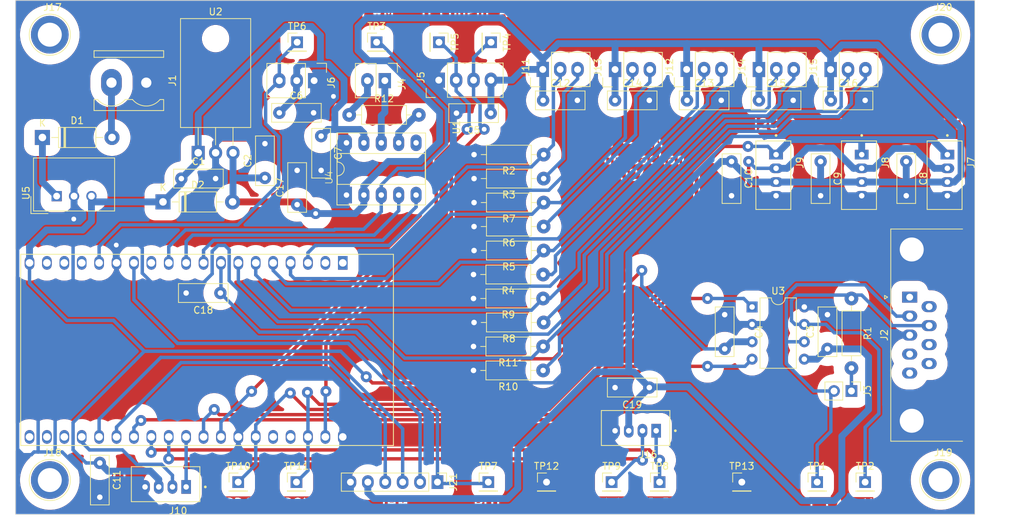
<source format=kicad_pcb>
(kicad_pcb (version 20240108) (generator "pcbnew") (generator_version "8.0")
  (layers (0 "F.Cu" signal) (31 "B.Cu" signal) (34 "B.Paste" user) (35 "F.Paste" user) (36 "B.SilkS" user "B.Silkscreen") (37 "F.SilkS" user "F.Silkscreen") (38 "B.Mask" user) (39 "F.Mask" user) (44 "Edge.Cuts" user))
  (net 0 "")
  (net 1 "+5V")
  (net 2 "GND")
  (net 3 "+3.3V")
  (net 4 "Net-(D1-A)")
  (net 5 "Net-(D1-K)")
  (net 7 "/CAN_H")
  (net 8 "/CAN_L")
  (net 14 "Net-(J3-Pin_1)")
  (net 15 "Net-(J4-Pin_2)")
  (net 16 "Net-(J4-Pin_1)")
  (net 17 "/ENCODER_A")
  (net 18 "/ENCODER_B")
  (net 19 "/SERVO")
  (net 20 "/SDA")
  (net 21 "/SCL")
  (net 22 "/IR0")
  (net 23 "Net-(J11-Pin_3)")
  (net 24 "/IR2")
  (net 25 "Net-(J12-Pin_3)")
  (net 26 "/IR1")
  (net 27 "Net-(J13-Pin_3)")
  (net 28 "Net-(J14-Pin_3)")
  (net 29 "/IR3")
  (net 30 "Net-(J15-Pin_3)")
  (net 31 "/IR4")
  (net 32 "/UART_RX")
  (net 33 "/UART_TX")
  (net 39 "/POT")
  (net 40 "/BP0")
  (net 41 "/BP2")
  (net 42 "/BP1")
  (net 43 "/PWM")
  (net 44 "/CAN_TX")
  (net 46 "/SCL_LCD")
  (net 47 "/SDA_LCD")
  (net 56 "/CAN_RX")
  (net 58 "/ON")
  (net 60 "/SGN")
  (net 61 "Net-(U4-OUT1)")
  (footprint "Connector_PinHeader_2.54mm:PinHeader_1x01_P2.54mm_Vertical" (layer "F.Cu") (at 126.5 128.3)
    (property "Reference" "TP12")
    (property "Value" "TestPoint")
  )
  (footprint "Connector_PinHeader_2.54mm:PinHeader_1x01_P2.54mm_Vertical" (layer "F.Cu") (at 110.8 64.1 -90)
    (property "Reference" "TP5")
    (property "Value" "TestPoint")
  )
  (footprint "FootprintGamelGe2_v8.0:R_Axial_DIN0207_L6.3mm_D2.5mm_P10.16mm_Horizontal" (layer "F.Cu") (at 126 98 180)
    (property "Reference" "R4")
    (property "Value" "100")
  )
  (footprint "Package_DIP:DIP-8_W7.62mm" (layer "F.Cu") (at 156.5 102.735)
    (property "Reference" "U3")
    (property "Value" "MCP2562-E-P")
  )
  (footprint "FootprintGamelGe2_v8.0:Mounting_Screw_3mm" (layer "F.Cu") (at 54 63)
    (property "Reference" "J17")
    (property "Value" "Mouting_Screw_3mm")
  )
  (footprint "FootprintGamelGe2_v8.0:R_Axial_DIN0207_L6.3mm_D2.5mm_P10.16mm_Horizontal" (layer "F.Cu") (at 126 101.5 180)
    (property "Reference" "R9")
    (property "Value" "47k")
  )
  (footprint "FootprintGamelGe2_v8.0:R_Axial_DIN0207_L6.3mm_D2.5mm_P10.16mm_Horizontal" (layer "F.Cu") (at 126.08 94.5 180)
    (property "Reference" "R5")
    (property "Value" "47k")
  )
  (footprint "FootprintGamelGe2_v8.0:R_Axial_DIN0207_L6.3mm_D2.5mm_P10.16mm_Horizontal" (layer "F.Cu") (at 126.08 105 180)
    (property "Reference" "R8")
    (property "Value" "100")
  )
  (footprint "FootprintGamelGe2_v8.0:R_Axial_DIN0207_L6.3mm_D2.5mm_P10.16mm_Horizontal" (layer "F.Cu") (at 126.08 84 180)
    (property "Reference" "R3")
    (property "Value" "100")
  )
  (footprint "FootprintGamelGe2_v8.0:C_Rect_L7.0mm_W2.5mm_P5.00mm" (layer "F.Cu") (at 85.4 83.9 90)
    (property "Reference" "C2")
    (property "Value" "22u")
  )
  (footprint "FootprintGamelGe2_v8.0:C_Rect_L7.0mm_W2.5mm_P5.00mm" (layer "F.Cu") (at 147 72.58)
    (property "Reference" "C13")
    (property "Value" "100n")
  )
  (footprint "Connector_PinHeader_2.54mm:PinHeader_1x01_P2.54mm_Vertical" (layer "F.Cu") (at 155 128.3)
    (property "Reference" "TP13")
    (property "Value" "TestPoint")
  )
  (footprint "FootprintGamelGe2_v8.0:C_Rect_L7.0mm_W2.5mm_P5.00mm" (layer "F.Cu") (at 126 72.58)
    (property "Reference" "C12")
    (property "Value" "100n")
  )
  (footprint "Converter_DCDC:Converter_DCDC_TRACO_TSR1-xxxxE_THT" (layer "F.Cu") (at 55 86.5575 90)
    (property "Reference" "U5")
    (property "Value" "TSR1-2450E")
  )
  (footprint "Diode_THT:D_DO-41_SOD81_P10.16mm_Horizontal" (layer "F.Cu") (at 52.92 78)
    (property "Reference" "D1")
    (property "Value" "1N400X")
  )
  (footprint "0_FootprintGe2:SEEED_110990030" (layer "F.Cu") (at 172.5 83.5 -90)
    (property "Reference" "J8")
    (property "Value" "GROVE_I2C")
  )
  (footprint "FootprintGamelGe2_v8.0:C_Rect_L7.0mm_W2.5mm_P5.00mm" (layer "F.Cu") (at 136.5 72.58)
    (property "Reference" "C14")
    (property "Value" "100n")
  )
  (footprint "FootprintGamelGe2_v8.0:Autocom3" (layer "F.Cu") (at 125.95 68.065 90)
    (property "Reference" "J11")
    (property "Value" "Autocom3")
  )
  (footprint "FootprintGamelGe2_v8.0:Autocom2" (layer "F.Cu") (at 102.9 69.7 -90)
    (property "Reference" "J4")
    (property "Value" "Autocom2")
  )
  (footprint "FootprintGamelGe2_v8.0:Autocom3" (layer "F.Cu") (at 136.5 68.08 90)
    (property "Reference" "J13")
    (property "Value" "Autocom3")
  )
  (footprint "FootprintGamelGe2_v8.0:C_Rect_L7.0mm_W2.5mm_P5.00mm" (layer "F.Cu") (at 152.5 108.855 90)
    (property "Reference" "C4")
    (property "Value" "100n")
  )
  (footprint "0_FootprintGe2:SEEED_110990030" (layer "F.Cu") (at 160 83.5 -90)
    (property "Reference" "J9")
    (property "Value" "GROVE_I2C")
  )
  (footprint "FootprintGamelGe2_v8.0:OmnimateSL-5,08_1x02_P5.08mm_Vertical" (layer "F.Cu") (at 63 70)
    (property "Reference" "J1")
    (property "Value" "Omnimate2")
  )
  (footprint "FootprintGamelGe2_v8.0:C_Rect_L7.0mm_W2.5mm_P5.00mm" (layer "F.Cu") (at 153.5 81.5 -90)
    (property "Reference" "C10")
    (property "Value" "100n")
  )
  (footprint "Connector_PinHeader_2.54mm:PinHeader_1x01_P2.54mm_Vertical" (layer "F.Cu") (at 90 128.3)
    (property "Reference" "TP11")
    (property "Value" "TestPoint")
  )
  (footprint "0_FootprintGe2:SEEED_110990030" (layer "F.Cu") (at 70.9 129 180)
    (property "Reference" "J10")
    (property "Value" "GROVE_I2C")
  )
  (footprint "FootprintGamelGe2_v8.0:Autocom3" (layer "F.Cu") (at 92.58 69.7 -90)
    (property "Reference" "J6")
    (property "Value" "Autocom3")
  )
  (footprint "FootprintGamelGe2_v8.0:C_Rect_L7.0mm_W2.5mm_P5.00mm" (layer "F.Cu") (at 168 72.58)
    (property "Reference" "C16")
    (property "Value" "100n")
  )
  (footprint "FootprintGamelGe2_v8.0:Autocom3" (layer "F.Cu") (at 157.5 68.08 90)
    (property "Reference" "J14")
    (property "Value" "Autocom3")
  )
  (footprint "FootprintGamelGe2_v8.0:R_Axial_DIN0207_L6.3mm_D2.5mm_P10.16mm_Horizontal" (layer "F.Cu") (at 126 112 180)
    (property "Reference" "R10")
    (property "Value" "100")
  )
  (footprint "Connector_PinHeader_2.54mm:PinHeader_1x01_P2.54mm_Vertical" (layer "F.Cu") (at 173 128.3)
    (property "Reference" "TP2")
    (property "Value" "TestPoint")
  )
  (footprint "Connector_PinHeader_2.54mm:PinHeader_1x01_P2.54mm_Vertical" (layer "F.Cu") (at 101.7 64.1)
    (property "Reference" "TP3")
    (property "Value" "TestPoint")
  )
  (footprint "Connector_PinHeader_2.54mm:PinHeader_1x01_P2.54mm_Vertical" (layer "F.Cu") (at 136 128.3)
    (property "Reference" "TP9")
    (property "Value" "TestPoint")
  )
  (footprint "FootprintGamelGe2_v8.0:C_Rect_L7.0mm_W2.5mm_P5.00mm" (layer "F.Cu") (at 93.6 77.8 -90)
    (property "Reference" "C7")
    (property "Value" "100n")
  )
  (footprint "FootprintGamelGe2_v8.0:C_Rect_L7.0mm_W2.5mm_P5.00mm" (layer "F.Cu") (at 61.3 125.5 -90)
    (property "Reference" "C11")
    (property "Value" "100n")
  )
  (footprint "Diode_THT:D_DO-41_SOD81_P10.16mm_Horizontal" (layer "F.Cu") (at 70.52 87.4)
    (property "Reference" "D2")
    (property "Value" "1N400X")
  )
  (footprint "FootprintGamelGe2_v8.0:C_Rect_L7.0mm_W2.5mm_P5.00mm" (layer "F.Cu") (at 179 81.5 -90)
    (property "Reference" "C8")
    (property "Value" "100n")
  )
  (footprint "FootprintGamelGe2_v8.0:Autocom4" (layer "F.Cu") (at 110.7675 69.6325 90)
    (property "Reference" "J5")
    (property "Value" "Autocom4")
  )
  (footprint "FootprintGamelGe2_v8.0:C_Rect_L7.0mm_W2.5mm_P5.00mm" (layer "F.Cu") (at 90.1 87.8 90)
    (property "Reference" "C17")
    (property "Value" "100n")
  )
  (footprint "Connector_PinHeader_2.54mm:PinHeader_1x01_P2.54mm_Vertical" (layer "F.Cu") (at 143 128.3)
    (property "Reference" "TP8")
    (property "Value" "TestPoint")
  )
  (footprint "FootprintGamelGe2_v8.0:C_Rect_L7.0mm_W2.5mm_P5.00mm" (layer "F.Cu") (at 87.5 74.4)
    (property "Reference" "C6")
    (property "Value" "100n")
  )
  (footprint "Connector_PinHeader_2.54mm:PinHeader_1x01_P2.54mm_Vertical" (layer "F.Cu") (at 81.5 128.3)
    (property "Reference" "TP10")
    (property "Value" "TestPoint")
  )
  (footprint "FootprintGamelGe2_v8.0:R_Axial_DIN0207_L6.3mm_D2.5mm_P10.16mm_Horizontal" (layer "F.Cu") (at 126.08 87.5 180)
    (property "Reference" "R7")
    (property "Value" "47k")
  )
  (footprint "FootprintGamelGe2_v8.0:C_Rect_L7.0mm_W2.5mm_P5.00mm" (layer "F.Cu") (at 118.3525 74.4475 180)
    (property "Reference" "C5")
    (property "Value" "100n")
  )
  (footprint "Package_TO_SOT_THT:TO-220-3_Horizontal_TabDown" (layer "F.Cu") (at 75.66 80.23)
    (property "Reference" "U2")
    (property "Value" "LM2931-3.3_TO220")
  )
  (footprint "Connector_PinHeader_2.54mm:PinHeader_1x01_P2.54mm_Vertical" (layer "F.Cu") (at 166 128.3)
    (property "Reference" "TP1")
    (property "Value" "TestPoint")
  )
  (footprint "FootprintGamelGe2_v8.0:C_Rect_L7.0mm_W2.5mm_P5.00mm" (layer "F.Cu") (at 73.2 84)
    (property "Reference" "C1")
    (property "Value" "10u")
  )
  (footprint "FootprintGamelGe2_v8.0:C_Rect_L7.0mm_W2.5mm_P5.00mm" (layer "F.Cu") (at 167.5 108.855 90)
    (property "Reference" "C3")
    (property "Value" "100n")
  )
  (footprint "FootprintGamelGe2_v8.0:C_Rect_L7.0mm_W2.5mm_P5.00mm" (layer "F.Cu") (at 78.9 100.7 180)
    (property "Reference" "C18")
    (property "Value" "100n")
  )
  (footprint "FootprintGamelGe2_v8.0:R_Axial_DIN0207_L6.3mm_D2.5mm_P10.16mm_Horizontal" (layer "F.Cu") (at 126.08 80.5 180)
    (property "Reference" "R2")
    (property "Value" "47k")
  )
  (footprint "FootprintGamelGe2_v8.0:Mounting_Screw_3mm" (layer "F.Cu") (at 184 63)
    (property "Reference" "J20")
    (property "Value" "Mouting_Screw_3mm")
  )
  (footprint "FootprintGamelGe2_v8.0:Mounting_Screw_3mm" (layer "F.Cu") (at 184 128)
    (property "Reference" "J19")
    (property "Value" "Mouting_Screw_3mm")
  )
  (footprint "FootprintGamelGe2_v8.0:C_Rect_L7.0mm_W2.5mm_P5.00mm" (layer "F.Cu") (at 141.5 114.5 180)
    (property "Reference" "C19")
    (property "Value" "100n")
  )
  (footprint "Connector_PinHeader_2.54mm:PinHeader_1x06_P2.54mm_Vertical" (layer "F.Cu") (at 110.58 128.3 -90)
    (property "Reference" "J21")
    (property "Value" "Conn_01x06_Pin")
  )
  (footprint "0_FootprintGe2:SEEED_110990030" (layer "F.Cu") (at 185 83.5 -90)
    (property "Reference" "J7")
    (property "Value" "GROVE_I2C")
  )
  (footprint "FootprintGamelGe2_v8.0:R_Axial_DIN0207_L6.3mm_D2.5mm_P10.16mm_Horizontal" (layer "F.Cu") (at 126.08 91 180)
    (property "Reference" "R6")
    (property "Value" "100")
  )
  (footprint "Connector_PinHeader_2.54mm:PinHeader_1x01_P2.54mm_Vertical" (layer "F.Cu") (at 118.4 64.1 -90)
    (property "Reference" "TP4")
    (property "Value" "TestPoint")
  )
  (footprint "Connector_PinHeader_2.54mm:PinHeader_1x01_P2.54mm_Vertical" (layer "F.Cu") (at 118 128.3)
    (property "Reference" "TP7")
    (property "Value" "TestPoint")
  )
  (footprint "FootprintGamelGe2_v8.0:Mounting_Screw_3mm" (layer "F.Cu") (at 54 128)
    (property "Reference" "J18")
    (property "Value" "Mouting_Screw_3mm")
  )
  (footprint "FootprintGamelGe2_v8.0:C_Rect_L7.0mm_W2.5mm_P5.00mm" (layer "F.Cu") (at 157.5 72.58)
    (property "Reference" "C15")
    (property "Value" "100n")
  )
  (footprint "FootprintGamelGe2_v8.0:Autocom3" (layer "F.Cu") (at 167.96 68.08 90)
    (property "Reference" "J15")
    (property "Value" "Autocom3")
  )
  (footprint "FootprintGamelGe2_v8.0:R_Axial_DIN0207_L6.3mm_D2.5mm_P10.16mm_Horizontal" (layer "F.Cu") (at 97.7 74.7)
    (property "Reference" "R12")
    (property "Value" "22")
  )
  (footprint "Connector_Dsub:DSUB-9_Female_Horizontal_P2.77x2.84mm_EdgePinOffset4.94mm_Housed_MountingHolesOffset7.48mm" (layer "F.Cu") (at 179.5 101.305 90)
    (property "Reference" "J2")
    (property "Value" "DE9_Receptacle_MountingHoles")
  )
  (footprint "Connector_PinHeader_2.54mm:PinHeader_1x02_P2.54mm_Vertical" (layer "F.Cu") (at 171 115 -90)
    (property "Reference" "J3")
    (property "Value" "Jumper")
  )
  (footprint "0_FootprintGe2:MODULE_ESP32-DEVKITC-32D" (layer "F.Cu") (at 77 109 -90)
    (property "Reference" "U1")
    (property "Value" "ESP32-DEVKITC-32D")
  )
  (footprint "Connector_PinHeader_2.54mm:PinHeader_1x01_P2.54mm_Vertical" (layer "F.Cu") (at 90.1 64.1)
    (property "Reference" "TP6")
    (property "Value" "TestPoint")
  )
  (footprint "FootprintGamelGe2_v8.0:C_Rect_L7.0mm_W2.5mm_P5.00mm" (layer "F.Cu") (at 166.5 81.5 -90)
    (property "Reference" "C9")
    (property "Value" "100n")
  )
  (footprint "0_FootprintGe2:POLOLU-2990" (layer "F.Cu") (at 97.3 86.4 90)
    (property "Reference" "U4")
    (property "Value" "POLOLU DRV8838")
  )
  (footprint "0_FootprintGe2:SEEED_110990030" (layer "F.Cu") (at 139.5 120.8 180)
    (property "Reference" "J16")
    (property "Value" "GROVE4-2mm")
  )
  (footprint "FootprintGamelGe2_v8.0:Autocom3" (layer "F.Cu") (at 146.95 68.065 90)
    (property "Reference" "J12")
    (property "Value" "Autocom3")
  )
  (footprint "FootprintGamelGe2_v8.0:R_Axial_DIN0207_L6.3mm_D2.5mm_P10.16mm_Horizontal" (layer "F.Cu") (at 126 108.5 180)
    (property "Reference" "R11")
    (property "Value" "47k")
  )
  (footprint "FootprintGamelGe2_v8.0:R_Axial_DIN0207_L6.3mm_D2.5mm_P10.16mm_Horizontal" (layer "F.Cu") (at 171 101.5 -90)
    (property "Reference" "R1")
    (property "Value" "120")
  )
  (gr_rect (start 49 58) (end 189 133) (stroke (width 0.1)) (fill none) (layer "Edge.Cuts"))
  (gr_text "+3.3V" (at 181 91 0) (layer "F.Cu" knockout) (effects (font (size 1.5 1.5) (thickness 0.3) (bold yes)) (justify left bottom)))
  (gr_text "B codeur A" (at 108 60.5 0) (layer "F.Cu" knockout) (effects (font (size 1.5 1.5) (thickness 0.3) (bold yes)) (justify left bottom)))
  (gr_text "POT" (at 115.6 132.4 0) (layer "F.Cu" knockout) (effects (font (size 1.5 1.5) (thickness 0.3) (bold yes)) (justify left bottom)))
  (gr_text "YG - MA\nIUT de Cachan\n2024" (at 138.5 84.4 0) (layer "F.Cu" knockout) (effects (font (size 1.5 1.5) (thickness 0.3) (bold yes)) (justify bottom)))
  (gr_text "+3.3V" (at 169 91 0) (layer "F.Cu" knockout) (effects (font (size 1.5 1.5) (thickness 0.3) (bold yes)) (justify left bottom)))
  (gr_text "I2C 2" (at 156.5 77 0) (layer "F.Cu" knockout) (effects (font (size 1.5 1.5) (thickness 0.3) (bold yes)) (justify left bottom)))
  (gr_text "Servo" (at 86.7 60.5 0) (layer "F.Cu" knockout) (effects (font (size 1.5 1.5) (thickness 0.3) (bold yes)) (justify left bottom)))
  (gr_text "IR 0" (at 126 60.5 0) (layer "F.Cu" knockout) (effects (font (size 1.5 1.5) (thickness 0.3) (bold yes)) (justify left bottom)))
  (gr_text "L CAN H" (at 164.6 132.5 0) (layer "F.Cu" knockout) (effects (font (size 1.5 1.5) (thickness 0.3) (bold yes)) (justify left bottom)))
  (gr_text "IR 2" (at 146.5 60.5 0) (layer "F.Cu" knockout) (effects (font (size 1.5 1.5) (thickness 0.3) (bold yes)) (justify left bottom)))
  (gr_text " ALIM\n+   -" (at 61.9 63 0) (layer "F.Cu" knockout) (effects (font (size 1.5 1.5) (thickness 0.3) (bold yes)) (justify left bottom)))
  (gr_text "CAN Bus" (at 165.5 98.5 0) (layer "F.Cu" knockout) (effects (font (size 1.5 1.5) (thickness 0.3) (bold yes)) (justify left bottom)))
  (gr_text "IHM" (at 102.2 132.4 0) (layer "F.Cu" knockout) (effects (font (size 1.5 1.5) (thickness 0.3) (bold yes)) (justify left bottom)))
  (gr_text "GND" (at 152.5 132.4 0) (layer "F.Cu" knockout) (effects (font (size 1.5 1.5) (thickness 0.3) (bold yes)) (justify left bottom)))
  (gr_text "I2C 1" (at 169 77 0) (layer "F.Cu" knockout) (effects (font (size 1.5 1.5) (thickness 0.3) (bold yes)) (justify left bottom)))
  (gr_text "SDA" (at 79.2 132.4 0) (layer "F.Cu" knockout) (effects (font (size 1.5 1.5) (thickness 0.3) (bold yes)) (justify left bottom)))
  (gr_text "IR 4" (at 167.5 60.5 0) (layer "F.Cu" knockout) (effects (font (size 1.5 1.5) (thickness 0.3) (bold yes)) (justify left bottom)))
  (gr_text "+3.3V" (at 156.5 91 0) (layer "F.Cu" knockout) (effects (font (size 1.5 1.5) (thickness 0.3) (bold yes)) (justify left bottom)))
  (gr_text "IR 3" (at 157 60.5 0) (layer "F.Cu" knockout) (effects (font (size 1.5 1.5) (thickness 0.3) (bold yes)) (justify left bottom)))
  (gr_text "IR 1" (at 136.5 60.5 0) (layer "F.Cu" knockout) (effects (font (size 1.5 1.5) (thickness 0.3) (bold yes)) (justify left bottom)))
  (gr_text "I2C 0" (at 181 77 0) (layer "F.Cu" knockout) (effects (font (size 1.5 1.5) (thickness 0.3) (bold yes)) (justify left bottom)))
  (gr_text "+5V" (at 78.6 131.2 90) (layer "F.Cu" knockout) (effects (font (size 1.5 1.5) (thickness 0.3) (bold yes)) (justify left bottom)))
  (gr_text "TX UART RX" (at 132.7 132.4 0) (layer "F.Cu" knockout) (effects (font (size 1.5 1.5) (thickness 0.3) (bold yes)) (justify left bottom)))
  (gr_text "LCD" (at 65.1 130.9 90) (layer "F.Cu" knockout) (effects (font (size 1.5 1.5) (thickness 0.3) (bold yes)) (justify left bottom)))
  (gr_text "PWM" (at 99.2 60.5 0) (layer "F.Cu" knockout) (effects (font (size 1.5 1.5) (thickness 0.3) (bold yes)) (justify left bottom)))
  (gr_text "GND" (at 123.9 132.4 0) (layer "F.Cu" knockout) (effects (font (size 1.5 1.5) (thickness 0.3) (bold yes)) (justify left bottom)))
  (gr_text "SCL" (at 87.7 132.4 0) (layer "F.Cu" knockout) (effects (font (size 1.5 1.5) (thickness 0.3) (bold yes)) (justify left bottom)))
  (segment (start 123.319239 110.3) (end 119.8 113.819239) (width 0.5) (layer "F.Cu") (net 1))
  (segment (start 140.4 97.4) (end 127.5 110.3) (width 0.5) (layer "F.Cu") (net 1))
  (segment (start 119.8 113.819239) (end 101.080761 113.819239) (width 0.5) (layer "F.Cu") (net 1))
  (segment (start 127.5 110.3) (end 123.319239 110.3) (width 0.5) (layer "F.Cu") (net 1))
  (segment (start 101.080761 113.819239) (end 100.180761 112.919239) (width 0.5) (layer "F.Cu") (net 1))
  (via (at 140.4 97.4) (size 1.6) (drill 0.7) (layers "F.Cu" "B.Cu") (net 1))
  (via (at 100.180761 112.919239) (size 1.6) (drill 0.7) (layers "F.Cu" "B.Cu") (net 1))
  (segment (start 51.04 96.3) (end 51.04 93.96) (width 1) (layer "B.Cu") (net 1))
  (segment (start 90.04 67.86) (end 90.6 67.3) (width 1) (layer "B.Cu") (net 1))
  (segment (start 60.08 90.22) (end 60.08 89) (width 1) (layer "B.Cu") (net 1))
  (segment (start 87.5 74.4) (end 90 71.9) (width 1) (layer "B.Cu") (net 1))
  (segment (start 90 69.74) (end 90.04 69.7) (width 1) (layer "B.Cu") (net 1))
  (segment (start 96.95 69.55) (end 96.95 72.65) (width 1) (layer "B.Cu") (net 1))
  (segment (start 73.2 84) (end 73.2 84.72) (width 1) (layer "B.Cu") (net 1))
  (segment (start 95.6 74) (end 95.6 76.83) (width 1) (layer "B.Cu") (net 1))
  (segment (start 93.5 67.3) (end 94.7 67.3) (width 1) (layer "B.Cu") (net 1))
  (segment (start 60.08 87.5) (end 60.08 86.5575) (width 1) (layer "B.Cu") (net 1))
  (segment (start 100.180761 112.919239) (end 96.461522 109.2) (width 0.5) (layer "B.Cu") (net 1))
  (segment (start 149.605 108.855) (end 152.5 108.855) (width 0.5) (layer "B.Cu") (net 1))
  (segment (start 96.461522 109.2) (end 67.8 109.2) (width 0.5) (layer "B.Cu") (net 1))
  (segment (start 75.66 81.54) (end 73.2 84) (width 1) (layer "B.Cu") (net 1))
  (segment (start 94.7 67.3) (end 96.95 69.55) (width 1) (layer "B.Cu") (net 1))
  (segment (start 51.04 93.96) (end 53.5 91.5) (width 1) (layer "B.Cu") (net 1))
  (segment (start 69.9 129) (end 69.9 127.9) (width 1) (layer "B.Cu") (net 1))
  (segment (start 56.5 104.7) (end 51.04 99.24) (width 0.5) (layer "B.Cu") (net 1))
  (segment (start 63.3 104.7) (end 56.5 104.7) (width 0.5) (layer "B.Cu") (net 1))
  (segment (start 68.7 126.7) (end 62.5 126.7) (width 1) (layer "B.Cu") (net 1))
  (segment (start 156.5 107.815) (end 153.54 107.815) (width 1) (layer "B.Cu") (net 1))
  (segment (start 96.95 72.65) (end 95.6 74) (width 1) (layer "B.Cu") (net 1))
  (segment (start 140.4 99.65) (end 149.605 108.855) (width 0.5) (layer "B.Cu") (net 1))
  (segment (start 60.18 87.4) (end 60.08 87.5) (width 1) (layer "B.Cu") (net 1))
  (segment (start 93.5 63.1) (end 93.5 67.3) (width 1) (layer "B.Cu") (net 1))
  (segment (start 59.3 125.5) (end 57.4 123.6) (width 0.5) (layer "B.Cu") (net 1))
  (segment (start 92.2 61.8) (end 93.5 63.1) (width 1) (layer "B.Cu") (net 1))
  (segment (start 140.4 97.4) (end 140.4 99.65) (width 0.5) (layer "B.Cu") (net 1))
  (segment (start 90 71.9) (end 90 69.74) (width 1) (layer "B.Cu") (net 1))
  (segment (start 57.4 119.6) (end 66.25 110.75) (width 0.5) (layer "B.Cu") (net 1))
  (segment (start 60.08 89) (end 60.08 87.5) (width 1) (layer "B.Cu") (net 1))
  (segment (start 67.8 109.2) (end 66.25 110.75) (width 0.5) (layer "B.Cu") (net 1))
  (segment (start 95.6 76.83) (end 99.29 76.83) (width 1) (layer "B.Cu") (net 1))
  (segment (start 153.54 107.815) (end 152.5 108.855) (width 1) (layer "B.Cu") (net 1))
  (segment (start 90.6 67.3) (end 93.5 67.3) (width 1) (layer "B.Cu") (net 1))
  (segment (start 75.66 80.23) (end 75.66 81.54) (width 1) (layer "B.Cu") (net 1))
  (segment (start 94.57 76.83) (end 95.6 76.83) (width 1) (layer "B.Cu") (net 1))
  (segment (start 75.66 80.23) (end 75.66 74.64) (width 1) (layer "B.Cu") (net 1))
  (segment (start 62.5 126.7) (end 61.3 125.5) (width 1) (layer "B.Cu") (net 1))
  (segment (start 57.4 123.6) (end 57.4 119.6) (width 0.5) (layer "B.Cu") (net 1))
  (segment (start 99.29 76.83) (end 99.84 77.38) (width 1) (layer "B.Cu") (net 1))
  (segment (start 88.5 61.8) (end 92.2 61.8) (width 1) (layer "B.Cu") (net 1))
  (segment (start 51.04 99.24) (end 51.04 96.3) (width 0.5) (layer "B.Cu") (net 1))
  (segment (start 99.84 77.38) (end 99.84 78.78) (width 1) (layer "B.Cu") (net 1))
  (segment (start 67.8 109.2) (end 63.3 104.7) (width 0.5) (layer "B.Cu") (net 1))
  (segment (start 93.6 77.8) (end 94.57 76.83) (width 1) (layer "B.Cu") (net 1))
  (segment (start 75.66 74.64) (end 88.5 61.8) (width 1) (layer "B.Cu") (net 1))
  (segment (start 69.9 127.9) (end 68.7 126.7) (width 1) (layer "B.Cu") (net 1))
  (segment (start 53.5 91.5) (end 58.8 91.5) (width 1) (layer "B.Cu") (net 1))
  (segment (start 61.3 125.5) (end 59.3 125.5) (width 0.5) (layer "B.Cu") (net 1))
  (segment (start 58.8 91.5) (end 60.08 90.22) (width 1) (layer "B.Cu") (net 1))
  (segment (start 90.04 69.7) (end 90.04 67.86) (width 1) (layer "B.Cu") (net 1))
  (segment (start 73.2 84.72) (end 70.52 87.4) (width 1) (layer "B.Cu") (net 1))
  (segment (start 70.52 87.4) (end 60.18 87.4) (width 1) (layer "B.Cu") (net 1))
  (segment (start 61.8 89.9) (end 57.5 89.9) (width 1) (layer "F.Cu") (net 2))
  (segment (start 119.8 72.5) (end 95.9 72.5) (width 1) (layer "F.Cu") (net 2))
  (segment (start 78.2 80.23) (end 78.2 78.8) (width 1) (layer "F.Cu") (net 2))
  (segment (start 89.3 78.1) (end 95.4 72) (width 1) (layer "F.Cu") (net 2))
  (segment (start 78.2 78.8) (end 78.9 78.1) (width 1) (layer "F.Cu") (net 2))
  (segment (start 115.92 80.5) (end 115.92 84) (width 1) (layer "F.Cu") (net 2))
  (segment (start 78.9 78.1) (end 89.3 78.1) (width 1) (layer "F.Cu") (net 2))
  (segment (start 115.92 94.5) (end 115.92 97.92) (width 0.5) (layer "F.Cu") (net 2))
  (segment (start 115.84 104.92) (end 115.92 105) (width 0.5) (layer "F.Cu") (net 2))
  (segment (start 63.7 93.7) (end 63.7 91.8) (width 1) (layer "F.Cu") (net 2))
  (segment (start 95.9 72.5) (end 95.4 72) (width 1) (layer "F.Cu") (net 2))
  (segment (start 63.7 91.8) (end 61.8 89.9) (width 1) (layer "F.Cu") (net 2))
  (segment (start 121 77.9) (end 121 73.7) (width 1) (layer "F.Cu") (net 2))
  (segment (start 115.92 80.5) (end 118.4 80.5) (width 1) (layer "F.Cu") (net 2))
  (segment (start 115.92 87.5) (end 115.92 91) (width 0.5) (layer "F.Cu") (net 2))
  (segment (start 115.92 97.92) (end 115.84 98) (width 0.5) (layer "F.Cu") (net 2))
  (segment (start 115.84 101.5) (end 115.84 104.92) (width 0.5) (layer "F.Cu") (net 2))
  (segment (start 121 73.7) (end 119.8 72.5) (width 1) (layer "F.Cu") (net 2))
  (segment (start 115.84 108.5) (end 115.84 112) (width 0.5) (layer "F.Cu") (net 2))
  (segment (start 118.4 80.5) (end 121 77.9) (width 1) (layer "F.Cu") (net 2))
  (via (at 63.7 93.7) (size 1.6) (drill 0.7) (layers "F.Cu" "B.Cu") (net 2))
  (via (at 95.4 72) (size 1.6) (drill 0.7) (layers "F.Cu" "B.Cu") (net 2))
  (via (at 57.5 89.9) (size 1.6) (drill 0.7) (layers "F.Cu" "B.Cu") (net 2))
  (segment (start 90.1 82.8) (end 93.6 82.8) (width 1) (layer "B.Cu") (net 2))
  (segment (start 62.8 129) (end 61.3 130.5) (width 1) (layer "B.Cu") (net 2))
  (segment (start 185.74 113.405) (end 179.8 119.345) (width 1) (layer "B.Cu") (net 2))
  (segment (start 112.9 79.5) (end 113.9 80.5) (width 1) (layer "B.Cu") (net 2))
  (segment (start 179.8 121.005) (end 177.7 123.105) (width 1) (layer "B.Cu") (net 2))
  (segment (start 93.6 82.8) (end 97.3 82.8) (width 1) (layer "B.Cu") (net 2))
  (segment (start 113.3525 73.4525) (end 113.3525 74.4475) (width 1) (layer "B.Cu") (net 2))
  (segment (start 67.5 97.8) (end 67.5 94.2) (width 0.5) (layer "B.Cu") (net 2))
  (segment (start 80.18 98.88) (end 80.18 94.38) (width 0.5) (layer "B.Cu") (net 2))
  (segment (start 127.5 113.8) (end 136.05 105.25) (width 0.5) (layer "B.Cu") (net 2))
  (segment (start 96.76 114.26) (end 96.76 121.7) (width 1) (layer "B.Cu") (net 2))
  (segment (start 115.84 98) (end 120 98) (width 0.5) (layer "B.Cu") (net 2))
  (segment (start 160 104) (end 158.725 105.275) (width 1) (layer "B.Cu") (net 2))
  (segment (start 126.73934 106.7) (end 132.8 100.63934) (width 0.5) (layer "B.Cu") (net 2))
  (segment (start 120.5 112) (end 122.3 113.8) (width 0.5) (layer "B.Cu") (net 2))
  (segment (start 68.08 67.58) (end 76.36 59.3) (width 1) (layer "B.Cu") (net 2))
  (segment (start 110.7675 70.8675) (end 113.3525 73.4525) (width 1) (layer "B.Cu") (net 2))
  (segment (start 78.2 80.23) (end 78.2 84) (width 1) (layer "B.Cu") (net 2))
  (segment (start 136.5 120.8) (end 136.5 114.5) (width 1) (layer "B.Cu") (net 2))
  (segment (start 61.3 129.4) (end 61.3 130.5) (width 0.5) (layer "B.Cu") (net 2))
  (segment (start 57.54 86.5575) (end 57.54 89.86) (width 1) (layer "B.Cu") (net 2))
  (segment (start 126.81934 85.7) (end 131 81.51934) (width 0.5) (layer "B.Cu") (net 2))
  (segment (start 120.1 105) (end 121.8 106.7) (width 0.5) (layer "B.Cu") (net 2))
  (segment (start 97.88 128.3) (end 97.88 132.08) (width 1) (layer "B.Cu") (net 2))
  (segment (start 77.7 97.9) (end 74.9 100.7) (width 0.5) (layer "B.Cu") (net 2))
  (segment (start 188.25 84.85) (end 186.5 86.6) (width 1) (layer "B.Cu") (net 2))
  (segment (start 67.9 129) (end 62.8 129) (width 1) (layer "B.Cu") (net 2))
  (segment (start 176.345 106.845) (end 173.355 103.855) (width 1) (layer "B.Cu") (net 2))
  (segment (start 128.58033 98.11967) (end 128.58033 96.48033) (width 0.5) (layer "B.Cu") (net 2))
  (segment (start 177.7 123.105) (end 177.7 130.2) (width 1) (layer "B.Cu") (net 2))
  (segment (start 79.55 93.75) (end 78.55 93.75) (width 0.5) (layer "B.Cu") (net 2))
  (segment (start 67 93.7) (end 63.7 93.7) (width 0.5) (layer "B.Cu") (net 2))
  (segment (start 178.345 119.345) (end 179.8 119.345) (width 1) (layer "B.Cu") (net 2))
  (segment (start 88.3 113) (end 95.5 113) (width 1) (layer "B.Cu") (net 2))
  (segment (start 120 98) (end 121.7 99.7) (width 0.5) (layer "B.Cu") (net 2))
  (segment (start 127 99.7) (end 128.58033 98.11967) (width 0.5) (layer "B.Cu") (net 2))
  (segment (start 149.745 128.855) (end 147.5 131.1) (width 1) (layer "B.Cu") (net 2))
  (segment (start 49.3 94.285786) (end 49.3 123.5) (width 0.5) (layer "B.Cu") (net 2))
  (segment (start 177.7 130.2) (end 175.6 132.3) (width 1) (layer "B.Cu") (net 2))
  (segment (start 60.5 66) (end 66.5 66) (width 1) (layer "B.Cu") (net 2))
  (segment (start 159.48 75.6) (end 162.5 72.58) (width 0.5) (layer "B.Cu") (net 2))
  (segment (start 106.1 112) (end 99.75 105.65) (width 0.5) (layer "B.Cu") (net 2))
  (segment (start 171.367767 59.3) (end 188.25 76.182233) (width 1) (layer "B.Cu") (net 2))
  (segment (start 176.655 106.845) (end 176 107.5) (width 1) (layer "B.Cu") (net 2))
  (segment (start 147.5 131.1) (end 131.7 131.1) (width 1) (layer "B.Cu") (net 2))
  (segment (start 92.5 74.4) (end 90.1 76.8) (width 1) (layer "B.Cu") (net 2))
  (segment (start 136.5 120.8) (end 136.5 121.5) (width 1) (layer "B.Cu") (net 2))
  (segment (start 78.55 93.75) (end 77.7 94.6) (width 0.5) (layer "B.Cu") (net 2))
  (segment (start 121.6 85.7) (end 126.81934 85.7) (width 0.5) (layer "B.Cu") (net 2))
  (segment (start 166.055 94.345) (end 160 100.4) (width 1) (layer "B.Cu") (net 2))
  (segment (start 155 128.3) (end 154.445 128.855) (width 1) (layer "B.Cu") (net 2))
  (segment (start 68.08 67.58) (end 68.08 70) (width 1) (layer "B.Cu") (net 2))
  (segment (start 113.9 80.5) (end 115.92 80.5) (width 1) (layer "B.Cu") (net 2))
  (segment (start 179.5 106.845) (end 176.345 106.845) (width 1) (layer "B.Cu") (net 2))
  (segment (start 179.8 119.345) (end 179.8 121.005) (width 1) (layer "B.Cu") (net 2))
  (segment (start 177.5 106.845) (end 176.655 106.845) (width 1) (layer "B.Cu") (net 2))
  (segment (start 115.84 112) (end 120.5 112) (width 0.5) (layer "B.Cu") (net 2))
  (segment (start 161.7 132.3) (end 158.255 128.855) (width 1) (layer "B.Cu") (net 2))
  (segment (start 50.1 124.3) (end 51.3 124.3) (width 0.5) (layer "B.Cu") (net 2))
  (segment (start 115.92 105) (end 120.1 105) (width 0.5) (layer "B.Cu") (net 2))
  (segment (start 122.3 92.8) (end 128.133553 92.8) (width 0.5) (layer "B.Cu") (net 2))
  (segment (start 131.7 131.1) (end 129.1 128.5) (width 1) (layer "B.Cu") (net 2))
  (segment (start 164.12 102.735) (end 166.38 102.735) (width 1) (layer "B.Cu") (net 2))
  (segment (start 126.7 128.5) (end 126.5 128.3) (width 1) (layer "B.Cu") (net 2))
  (segment (start 84.5 78) (end 85.4 78.9) (width 1) (layer "B.Cu") (net 2))
  (segment (start 63.2 100.5) (end 63.74 99.96) (width 0.5) (layer "B.Cu") (net 2))
  (segment (start 79 78) (end 84.5 78) (width 1) (layer "B.Cu") (net 2))
  (segment (start 186.4 86.5) (end 185 86.5) (width 1) (layer "B.Cu") (net 2))
  (segment (start 78.2 80.23) (end 78.2 78.8) (width 1) (layer "B.Cu") (net 2))
  (segment (start 97.3 82.8) (end 97.3 86.4) (width 1) (layer "B.Cu") (net 2))
  (segment (start 67.9 130.3) (end 69.7 132.1) (width 1) (layer "B.Cu") (net 2))
  (segment (start 115.92 84) (end 115.92 87.5) (width 0.5) (layer "B.Cu") (net 2))
  (segment (start 58.9 100.5) (end 63.2 100.5) (width 0.5) (layer "B.Cu") (net 2))
  (segment (start 176 107.5) (end 176 117) (width 1) (layer "B.Cu") (net 2))
  (segment (start 86.3 115) (end 88.3 113) (width 1) (layer "B.Cu") (net 2))
  (segment (start 129.1 128.5) (end 126.7 128.5) (width 1) (layer "B.Cu") (net 2))
  (segment (start 66.5 66) (end 68.08 67.58) (width 1) (layer "B.Cu") (net 2))
  (segment (start 186.5 86.6) (end 186.4 86.5) (width 1) (layer "B.Cu") (net 2))
  (segment (start 166.38 102.735) (end 167.5 103.855) (width 1) (layer "B.Cu") (net 2))
  (segment (start 86.3 116.285786) (end 86.3 115) (width 1) (layer "B.Cu") (net 2))
  (segment (start 188.25 76.182233) (end 188.25 84.85) (width 1) (layer "B.Cu") (net 2))
  (segment (start 122.3 113.8) (end 127.5 113.8) (width 0.5) (layer "B.Cu") (net 2))
  (segment (start 113.3525 74.4475) (end 112.9 74.9) (width 1) (layer "B.Cu") (net 2))
  (segment (start 69.7 132.1) (end 97.9 132.1) (width 1) (layer "B.Cu") (net 2))
  (segment (start 63.7 93.7) (end 63.7 96.26) (width 1) (layer "B.Cu") (net 2))
  (segment (start 54.78 116.52) (end 54.8 116.5) (width 0.5) (layer "B.Cu") (net 2))
  (segment (start 92.5 69.78) (end 92.58 69.7) (width 1) (layer "B.Cu") (net 2))
  (segment (start 156.5 105.275) (end 153.92 105.275) (width 1) (layer "B.Cu") (net 2))
  (segment (start 97.3 78.78) (end 97.3 82.8) (width 1) (layer "B.Cu") (net 2))
  (segment (start 136.05 95.37462) (end 153.57462 77.85) (width 0.5) (layer "B.Cu") (net 2))
  (segment (start 115.84 98) (end 115.84 101.5) (width 0.5) (layer "B.Cu") (net 2))
  (segment (start 57.54 89.86) (end 57.5 89.9) (width 1) (layer "B.Cu") (net 2))
  (segment (start 90.1 76.8) (end 90.1 82.8) (width 1) (layer "B.Cu") (net 2))
  (segment (start 115.84 112) (end 106.1 112) (width 0.5) (layer "B.Cu") (net 2))
  (segment (start 97.9 132.1) (end 122.9 132.1) (width 1) (layer "B.Cu") (net 2))
  (segment (start 152 73.06066) (end 152 72.58) (width 0.5) (layer "B.Cu") (net 2))
  (segment (start 54.7 123.9) (end 54.78 123.82) (width 0.5) (layer "B.Cu") (net 2))
  (segment (start 155.555 128.855) (end 155 128.3) (width 1) (layer "B.Cu") (net 2))
  (segment (start 173.355 103.855) (end 167.5 103.855) (width 1) (layer "B.Cu") (net 2))
  (segment (start 121.8 106.7) (end 126.73934 106.7) (width 0.5) (layer "B.Cu") (net 2))
  (segment (start 115.92 105) (end 115.92 108.42) (width 0.5) (layer "B.Cu") (net 2))
  (segment (start 132.8 95.44264) (end 152.64264 75.6) (width 0.5) (layer "B.Cu") (net 2))
  (segment (start 57.5 89.9) (end 53.685786 89.9) (width 0.5) (layer "B.Cu") (net 2))
  (segment (start 115.92 108.42) (end 115.84 108.5) (width 0.5) (layer "B.Cu") (net 2))
  (segment (start 136.5 121.5) (end 129.5 128.5) (width 1) (layer "B.Cu") (net 2))
  (segment (start 57.54 68.96) (end 57.54 86.5575) (width 1) (layer "B.Cu") (net 2))
  (segment (start 176 117) (end 178.345 119.345) (width 1) (layer "B.Cu") (net 2))
  (segment (start 110.7675 69.6325) (end 110.7675 70.8675) (width 1) (layer "B.Cu") (net 2))
  (segment (start 126.5 128.5) (end 126.5 128.3) (width 1) (layer "B.Cu") (net 2))
  (segment (start 78.2 78.8) (end 79 78) (width 1) (layer "B.Cu") (net 2))
  (segment (start 136.05 105.25) (end 136.05 95.37462) (width 0.5) (layer "B.Cu") (net 2))
  (segment (start 77.7 94.6) (end 77.7 97.9) (width 0.5) (layer "B.Cu") (net 2))
  (segment (start 128.133553 92.8) (end 141.5 79.433553) (width 0.5) (layer "B.Cu") (net 2))
  (segment (start 169.88 75.7) (end 173 72.58) (width 0.5) (layer "B.Cu") (net 2))
  (segment (start 81.52 121.065786) (end 86.3 116.285786) (width 1) (layer "B.Cu") (net 2))
  (segment (start 153.92 105.275) (end 152.5 103.855) (width 1) (layer "B.Cu") (net 2))
  (segment (start 132.8 100.63934) (end 132.8 95.44264) (width 0.5) (layer "B.Cu") (net 2))
  (segment (start 55.8 123.9) (end 61.3 129.4) (width 0.5) (layer "B.Cu") (net 2))
  (segment (start 115.92 91) (end 115.92 94.5) (width 0.5) (layer "B.Cu") (net 2))
  (segment (start 131 81.51934) (end 131 72.58) (width 0.5) (layer "B.Cu") (net 2))
  (segment (start 95.5 113) (end 96.76 114.26) (width 1) (layer "B.Cu") (net 2))
  (segment (start 63.7 96.26) (end 63.74 96.3) (width 1) (layer "B.Cu") (net 2))
  (segment (start 152.64264 75.6) (end 159.48 75.6) (width 0.5) (layer "B.Cu") (net 2))
  (segment (start 51.7 123.9) (end 52.3 123.9) (width 0.5) (layer "B.Cu") (net 2))
  (segment (start 67.9 129) (end 67.9 130.3) (width 1) (layer "B.Cu") (net 2))
  (segment (start 54.78 123.82) (end 54.78 116.52) (width 0.5) (layer "B.Cu") (net 2))
  (segment (start 160 100.4) (end 160 104) (width 1) (layer "B.Cu") (net 2))
  (segment (start 96.76 127.18) (end 97.88 128.3) (width 1) (layer "B.Cu") (net 2))
  (segment (start 181.46 86.54) (end 181.5 86.5) (width 1) (layer "B.Cu") (net 2))
  (segment (start 112.9 74.9) (end 112.9 79.5) (width 1) (layer "B.Cu") (net 2))
  (segment (start 179.8 94.345) (end 181.46 92.685) (width 1) (layer "B.Cu") (net 2))
  (segment (start 181.5 86.5) (end 185 86.5) (width 1) (layer "B.Cu") (net 2))
  (segment (start 153.57462 77.85) (end 160.41198 77.85) (width 0.5) (layer "B.Cu") (net 2))
  (segment (start 179.8 94.345) (end 185.74 100.285) (width 1) (layer "B.Cu") (net 2))
  (segment (start 115.92 84) (end 119.9 84) (width 0.5) (layer "B.Cu") (net 2))
  (segment (start 158.725 105.275) (end 156.5 105.275) (width 1) (layer "B.Cu") (net 2))
  (segment (start 49.3 123.5) (end 50.1 124.3) (width 0.5) (layer "B.Cu") (net 2))
  (segment (start 81.52 121.7) (end 81.52 121.065786) (width 1) (layer "B.Cu") (net 2))
  (segment (start 57.4 93.1) (end 57.4 99) (width 0.5) (layer "B.Cu") (net 2))
  (segment (start 175.6 132.3) (end 161.7 132.3) (width 1) (layer "B.Cu") (net 2))
  (segment (start 181.46 92.685) (end 181.46 86.54) (width 1) (layer "B.Cu") (net 2))
  (segment (start 54.7 123.9) (end 55.8 123.9) (width 0.5) (layer "B.Cu") (net 2))
  (segment (start 97.88 132.08) (end 97.9 132.1) (width 1) (layer "B.Cu") (net 2))
  (segment (start 154.445 128.855) (end 149.745 128.855) (width 1) (layer "B.Cu") (net 2))
  (segment (start 121.7 99.7) (end 127 99.7) (width 0.5) (layer "B.Cu") (net 2))
  (segment (start 128.58033 96.48033) (end 152 73.06066) (width 0.5) (layer "B.Cu") (net 2))
  (segment (start 160.41198 77.85) (end 162.56198 75.7) (width 0.5) (layer "B.Cu") (net 2))
  (segment (start 92.58 74.32) (end 92.5 74.4) (width 1) (layer "B.Cu") (net 2))
  (segment (start 57.4 99) (end 58.9 100.5) (width 0.5) (layer "B.Cu") (net 2))
  (segment (start 119.9 84) (end 121.6 85.7) (width 0.5) (layer "B.Cu") (net 2))
  (segment (start 74.9 100.7) (end 73.9 100.7) (width 0.5) (layer "B.Cu") (net 2))
  (segment (start 80.18 94.38) (end 79.55 93.75) (width 0.5) (layer "B.Cu") (net 2))
  (segment (start 179.8 94.345) (end 166.055 94.345) (width 1) (layer "B.Cu") (net 2))
  (segment (start 76.36 59.3) (end 171.367767 59.3) (width 1) (layer "B.Cu") (net 2))
  (segment (start 153.5 86.5) (end 181.5 86.5) (width 1) (layer "B.Cu") (net 2))
  (segment (start 158.255 128.855) (end 155.555 128.855) (width 1) (layer "B.Cu") (net 2))
  (segment (start 120.5 91) (end 122.3 92.8) (width 0.5) (layer "B.Cu") (net 2))
  (segment (start 67.5 94.2) (end 67 93.7) (width 0.5) (layer "B.Cu") (net 2))
  (segment (start 141.5 79.433553) (end 141.5 72.58) (width 0.5) (layer "B.Cu") (net 2))
  (segment (start 129.5 128.5) (end 129.1 128.5) (width 1) (layer "B.Cu") (net 2))
  (segment (start 53.685786 89.9) (end 49.3 94.285786) (width 0.5) (layer "B.Cu") (net 2))
  (segment (start 52.3 123.9) (end 54.7 123.9) (width 0.5) (layer "B.Cu") (net 2))
  (segment (start 115.92 91) (end 120.5 91) (width 0.5) (layer "B.Cu") (net 2))
  (segment (start 63.74 99.96) (end 63.74 96.3) (width 0.5) (layer "B.Cu") (net 2))
  (segment (start 92.5 74.4) (end 92.5 69.78) (width 1) (layer "B.Cu") (net 2))
  (segment (start 96.76 121.7) (end 96.76 127.18) (width 1) (layer "B.Cu") (net 2))
  (segment (start 73.9 100.7) (end 70.4 100.7) (width 0.5) (layer "B.Cu") (net 2))
  (segment (start 52.3 123.9) (end 52.3 116.3) (width 0.5) (layer "B.Cu") (net 2))
  (segment (start 51.3 124.3) (end 51.7 123.9) (width 0.5) (layer "B.Cu") (net 2))
  (segment (start 185.74 100.285) (end 185.74 113.405) (width 1) (layer "B.Cu") (net 2))
  (segment (start 162.56198 75.7) (end 169.88 75.7) (width 0.5) (layer "B.Cu") (net 2))
  (segment (start 122.9 132.1) (end 126.5 128.5) (width 1) (layer "B.Cu") (net 2))
  (segment (start 99.75 105.65) (end 86.95 105.65) (width 0.5) (layer "B.Cu") (net 2))
  (segment (start 57.54 68.96) (end 60.5 66) (width 1) (layer "B.Cu") (net 2))
  (segment (start 86.95 105.65) (end 80.18 98.88) (width 0.5) (layer "B.Cu") (net 2))
  (segment (start 70.4 100.7) (end 67.5 97.8) (width 0.5) (layer "B.Cu") (net 2))
  (segment (start 80.68 87.4) (end 91.1 87.4) (width 1) (layer "F.Cu") (net 3))
  (segment (start 91.1 87.4) (end 92.8 89.1) (width 1) (layer "F.Cu") (net 3))
  (via (at 92.8 89.1) (size 1.6) (drill 0.7) (layers "F.Cu" "B.Cu") (net 3))
  (segment (start 99.84 86.4) (end 99.84 85.06) (width 1) (layer "B.Cu") (net 3))
  (segment (start 110.9 74.314214) (end 103.385786 66.8) (width 1) (layer "B.Cu") (net 3))
  (segment (start 125.95 68.065) (end 125.95 66.55) (width 1) (layer "B.Cu") (net 3))
  (segment (start 80.74 87.34) (end 80.68 87.4) (width 1) (layer "B.Cu") (net 3))
  (segment (start 169.6 129.9) (end 168.5 131) (width 1) (layer "B.Cu") (net 3))
  (segment (start 147.2 114.4) (end 141.6 114.4) (width 1) (layer "B.Cu") (net 3))
  (segment (start 125.87 67.985) (end 125.95 68.065) (width 1) (layer "B.Cu") (net 3))
  (segment (start 99.84 86.4) (end 99.84 87.86) (width 1) (layer "B.Cu") (net 3))
  (segment (start 157.5 64.4) (end 157.6 64.3) (width 1) (layer "B.Cu") (net 3))
  (segment (start 118.3875 74.4125) (end 118.3525 74.4475) (width 1) (layer "B.Cu") (net 3))
  (segment (start 173.5 110) (end 173.5 117.7) (width 1) (layer "B.Cu") (net 3))
  (segment (start 164.12 110.355) (end 166 110.355) (width 1) (layer "B.Cu") (net 3))
  (segment (start 173.5 117.7) (end 169.6 121.6) (width 1) (layer "B.Cu") (net 3))
  (segment (start 100.5 66.8) (end 99 65.3) (width 1) (layer "B.Cu") (net 3))
  (segment (start 136.5 64.4) (end 136.6 64.3) (width 1) (layer "B.Cu") (net 3))
  (segment (start 146.95 68.065) (end 146.95 64.35) (width 1) (layer "B.Cu") (net 3))
  (segment (start 179 84.5) (end 185 84.5) (width 1) (layer "B.Cu") (net 3))
  (segment (start 166 110.355) (end 167.5 108.855) (width 1) (layer "B.Cu") (net 3))
  (segment (start 133.6 112.2) (end 138.5 112.2) (width 1) (layer "B.Cu") (net 3))
  (segment (start 99 65.3) (end 99 61.8) (width 1) (layer "B.Cu") (net 3))
  (segment (start 166.5 84.5) (end 179 84.5) (width 1) (layer "B.Cu") (net 3))
  (segment (start 118.3875 69.6325) (end 118.3875 74.4125) (width 1) (layer "B.Cu") (net 3))
  (segment (start 100.42 129.82) (end 101.3 130.7) (width 1) (layer "B.Cu") (net 3))
  (segment (start 166.1 64.3) (end 167.96 66.16) (width 1) (layer "B.Cu") (net 3))
  (segment (start 167.96 72.54) (end 168 72.58) (width 1) (layer "B.Cu") (net 3))
  (segment (start 119.95 60.55) (end 125.95 66.55) (width 1) (layer "B.Cu") (net 3))
  (segment (start 141.6 114.4) (end 141.5 114.5) (width 1) (layer "B.Cu") (net 3))
  (segment (start 118.3875 69.6325) (end 121.4675 69.6325) (width 1) (layer "B.Cu") (net 3))
  (segment (start 156.5 84.5) (end 153.5 81.5) (width 1) (layer "B.Cu") (net 3))
  (segment (start 138.5 117.5) (end 141.5 114.5) (width 1) (layer "B.Cu") (net 3))
  (segment (start 99 61.8) (end 100.25 60.55) (width 1) (layer "B.Cu") (net 3))
  (segment (start 168.5 131) (end 163.8 131) (width 1) (layer "B.Cu") (net 3))
  (segment (start 85.4 83.9) (end 80.74 83.9) (width 1) (layer "B.Cu") (net 3))
  (segment (start 107.985787 81.499999) (end 110.9 78.585786) (width 1) (layer "B.Cu") (net 3))
  (segment (start 100.25 60.55) (end 119.95 60.55) (width 1) (layer "B.Cu") (net 3))
  (segment (start 141.5 114.5) (end 139.2 112.2) (width 1) (layer "B.Cu") (net 3))
  (segment (start 138.5 120.8) (end 138.5 117.5) (width 1) (layer "B.Cu") (net 3))
  (segment (start 187 76.7) (end 174.8 64.5) (width 1) (layer "B.Cu") (net 3))
  (segment (start 80.74 83.9) (end 80.74 87.34) (width 1) (layer "B.Cu") (net 3))
  (segment (start 91.4 89.1) (end 90.1 87.8) (width 1) (layer "B.Cu") (net 3))
  (segment (start 92.8 89.1) (end 91.4 89.1) (width 1) (layer "B.Cu") (net 3))
  (segment (start 139.2 112.2) (end 138.5 112.2) (width 1) (layer "B.Cu") (net 3))
  (segment (start 80.74 80.23) (end 80.74 83.9) (width 1) (layer "B.Cu") (net 3))
  (segment (start 172.355 108.855) (end 173.5 110) (width 1) (layer "B.Cu") (net 3))
  (segment (start 110.9 78.585786) (end 110.9 74.314214) (width 1) (layer "B.Cu") (net 3))
  (segment (start 169.62 64.5) (end 167.96 66.16) (width 1) (layer "B.Cu") (net 3))
  (segment (start 157.5 68.08) (end 157.5 72.58) (width 1) (layer "B.Cu") (net 3))
  (segment (start 138.5 112.2) (end 138.5 95) (width 1) (layer "B.Cu") (net 3))
  (segment (start 167.96 66.16) (end 167.96 68.08) (width 1) (layer "B.Cu") (net 3))
  (segment (start 136.5 68.08) (end 136.5 72.58) (width 1) (layer "B.Cu") (net 3))
  (segment (start 100.42 128.3) (end 100.42 129.82) (width 1) (layer "B.Cu") (net 3))
  (segment (start 101.3 130.7) (end 120.8 130.7) (width 1) (layer "B.Cu") (net 3))
  (segment (start 174.8 64.5) (end 169.62 64.5) (width 1) (layer "B.Cu") (net 3))
  (segment (start 128.2 64.3) (end 136.6 64.3) (width 1) (layer "B.Cu") (net 3))
  (segment (start 125.95 68.065) (end 125.95 72.53) (width 1) (layer "B.Cu") (net 3))
  (segment (start 123.035 68.065) (end 125.95 68.065) (width 1) (layer "B.Cu") (net 3))
  (segment (start 147 64.3) (end 157.6 64.3) (width 1) (layer "B.Cu") (net 3))
  (segment (start 122.3 129.2) (end 122.3 123.5) (width 1) (layer "B.Cu") (net 3))
  (segment (start 122.3 123.5) (end 133.6 112.2) (width 1) (layer "B.Cu") (net 3))
  (segment (start 99.84 85.06) (end 103.400001 81.499999) (width 1) (layer "B.Cu") (net 3))
  (segment (start 179 81.5) (end 179 84.5) (width 1) (layer "B.Cu") (net 3))
  (segment (start 163.8 131) (end 147.2 114.4) (width 1) (layer "B.Cu") (net 3))
  (segment (start 167.96 68.08) (end 167.96 72.54) (width 1) (layer "B.Cu") (net 3))
  (segment (start 166.5 81.5) (end 166.5 84.5) (width 1) (layer "B.Cu") (net 3))
  (segment (start 146.95 68.065) (end 146.95 72.53) (width 1) (layer "B.Cu") (net 3))
  (segment (start 185 84.5) (end 186 84.5) (width 1) (layer "B.Cu") (net 3))
  (segment (start 121.4675 69.6325) (end 123.035 68.065) (width 1) (layer "B.Cu") (net 3))
  (segment (start 99.84 87.86) (end 98.6 89.1) (width 1) (layer "B.Cu") (net 3))
  (segment (start 103.400001 81.499999) (end 107.985787 81.499999) (width 1) (layer "B.Cu") (net 3))
  (segment (start 125.95 66.55) (end 128.2 64.3) (width 1) (layer "B.Cu") (net 3))
  (segment (start 120.8 130.7) (end 122.3 129.2) (width 1) (layer "B.Cu") (net 3))
  (segment (start 146.95 72.53) (end 147 72.58) (width 1) (layer "B.Cu") (net 3))
  (segment (start 187 83.5) (end 187 76.7) (width 1) (layer "B.Cu") (net 3))
  (segment (start 157.6 64.3) (end 166.1 64.3) (width 1) (layer "B.Cu") (net 3))
  (segment (start 146.95 64.35) (end 147 64.3) (width 1) (layer "B.Cu") (net 3))
  (segment (start 167.5 108.855) (end 172.355 108.855) (width 1) (layer "B.Cu") (net 3))
  (segment (start 136.6 64.3) (end 147 64.3) (width 1) (layer "B.Cu") (net 3))
  (segment (start 186 84.5) (end 187 83.5) (width 1) (layer "B.Cu") (net 3))
  (segment (start 103.385786 66.8) (end 100.5 66.8) (width 1) (layer "B.Cu") (net 3))
  (segment (start 136.5 68.08) (end 136.5 64.4) (width 1) (layer "B.Cu") (net 3))
  (segment (start 138.5 95) (end 152 81.5) (width 1) (layer "B.Cu") (net 3))
  (segment (start 160 84.5) (end 166.5 84.5) (width 1) (layer "B.Cu") (net 3))
  (segment (start 157.5 68.08) (end 157.5 64.4) (width 1) (layer "B.Cu") (net 3))
  (segment (start 98.6 89.1) (end 92.8 89.1) (width 1) (layer "B.Cu") (net 3))
  (segment (start 152 81.5) (end 153.5 81.5) (width 1) (layer "B.Cu") (net 3))
  (segment (start 125.95 72.53) (end 126 72.58) (width 1) (layer "B.Cu") (net 3))
  (segment (start 169.6 121.6) (end 169.6 129.9) (width 1) (layer "B.Cu") (net 3))
  (segment (start 160 84.5) (end 156.5 84.5) (width 1) (layer "B.Cu") (net 3))
  (segment (start 63 77.92) (end 63.08 78) (width 1) (layer "B.Cu") (net 4))
  (segment (start 63 70) (end 63 77.92) (width 1) (layer "B.Cu") (net 4))
  (segment (start 52.92 84.4775) (end 55 86.5575) (width 1) (layer "B.Cu") (net 5))
  (segment (start 52.92 78) (end 52.92 84.4775) (width 1) (layer "B.Cu") (net 5))
  (segment (start 163 101) (end 162.25 101.75) (width 0.5) (layer "B.Cu") (net 7))
  (segment (start 162.775 105.275) (end 164.12 105.275) (width 0.5) (layer "B.Cu") (net 7))
  (segment (start 168.5 106.5) (end 167.275 105.275) (width 0.5) (layer "B.Cu") (net 7))
  (segment (start 172.5 101) (end 163 101) (width 0.5) (layer "B.Cu") (net 7))
  (segment (start 167.275 105.275) (end 164.12 105.275) (width 0.5) (layer "B.Cu") (net 7))
  (segment (start 162.25 101.75) (end 162.25 104.75) (width 0.5) (layer "B.Cu") (net 7))
  (segment (start 175 109) (end 172.5 106.5) (width 0.5) (layer "B.Cu") (net 7))
  (segment (start 173 120.3) (end 175 118.3) (width 0.5) (layer "B.Cu") (net 7))
  (segment (start 176.96 105.46) (end 172.5 101) (width 0.5) (layer "B.Cu") (net 7))
  (segment (start 182.34 105.46) (end 176.96 105.46) (width 0.5) (layer "B.Cu") (net 7))
  (segment (start 175 118.3) (end 175 109) (width 0.5) (layer "B.Cu") (net 7))
  (segment (start 173 128.3) (end 173 120.3) (width 0.5) (layer "B.Cu") (net 7))
  (segment (start 172.5 106.5) (end 168.5 106.5) (width 0.5) (layer "B.Cu") (net 7))
  (segment (start 162.25 104.75) (end 162.775 105.275) (width 0.5) (layer "B.Cu") (net 7))
  (segment (start 166 122.9) (end 166 128.3) (width 0.5) (layer "B.Cu") (net 8))
  (segment (start 173 99.5) (end 163 99.5) (width 0.5) (layer "B.Cu") (net 8))
  (segment (start 168 115.46) (end 168 120.9) (width 0.5) (layer "B.Cu") (net 8))
  (segment (start 161.5 108) (end 161.685 107.815) (width 0.5) (layer "B.Cu") (net 8))
  (segment (start 161.5 111) (end 165.5 115) (width 0.5) (layer "B.Cu") (net 8))
  (segment (start 179.5 104.075) (end 177.575 104.075) (width 0.5) (layer "B.Cu") (net 8))
  (segment (start 161.5 106.5) (end 161.5 111) (width 0.5) (layer "B.Cu") (net 8))
  (segment (start 165.5 115) (end 168.46 115) (width 0.5) (layer "B.Cu") (net 8))
  (segment (start 168 120.9) (end 166 122.9) (width 0.5) (layer "B.Cu") (net 8))
  (segment (start 168.46 115) (end 168 115.46) (width 0.5) (layer "B.Cu") (net 8))
  (segment (start 177.575 104.075) (end 173 99.5) (width 0.5) (layer "B.Cu") (net 8))
  (segment (start 161.685 107.815) (end 164.12 107.815) (width 0.5) (layer "B.Cu") (net 8))
  (segment (start 163 99.5) (end 161.5 101) (width 0.5) (layer "B.Cu") (net 8))
  (segment (start 161.5 101) (end 161.5 106.5) (width 0.5) (layer "B.Cu") (net 8))
  (segment (start 161.5 106.5) (end 161.5 108) (width 0.5) (layer "B.Cu") (net 8))
  (segment (start 171 111.66) (end 171 115) (width 0.5) (layer "B.Cu") (net 14))
  (segment (start 100.36 71.74) (end 97.7 74.4) (width 1) (layer "B.Cu") (net 15))
  (segment (start 100.36 69.7) (end 100.36 71.74) (width 1) (layer "B.Cu") (net 15))
  (segment (start 97.7 74.4) (end 97.7 74.7) (width 1) (layer "B.Cu") (net 15))
  (segment (start 102.38 74.82) (end 102.9 74.3) (width 1) (layer "B.Cu") (net 16))
  (segment (start 102.38 78.78) (end 102.38 74.82) (width 1) (layer "B.Cu") (net 16))
  (segment (start 102.9 74.3) (end 102.9 69.7) (width 1) (layer "B.Cu") (net 16))
  (segment (start 112.6 81.5) (end 112.6 89.7) (width 0.5) (layer "F.Cu") (net 17))
  (segment (start 117.3 76.8) (end 112.6 81.5) (width 0.5) (layer "F.Cu") (net 17))
  (segment (start 112.6 89.7) (end 94.3 108) (width 0.5) (layer "F.Cu") (net 17))
  (segment (start 94.3 108) (end 94.3 115.05) (width 0.5) (layer "F.Cu") (net 17))
  (segment (start 117.4 76.8) (end 117.3 76.8) (width 0.5) (layer "F.Cu") (net 17))
  (via (at 117.4 76.8) (size 1.6) (drill 0.7) (layers "F.Cu" "B.Cu") (net 17))
  (via (at 94.3 115.05) (size 1.6) (drill 0.7) (layers "F.Cu" "B.Cu") (net 17))
  (segment (start 94.22 115.13) (end 94.22 121.7) (width 0.5) (layer "B.Cu") (net 17))
  (segment (start 115.8475 69.6325) (end 115.8475 66.3525) (width 0.5) (layer "B.Cu") (net 17))
  (segment (start 117.4 76.8) (end 116.8 76.2) (width 0.5) (layer "B.Cu") (net 17))
  (segment (start 116.8 76.2) (end 116.8 73.1) (width 0.5) (layer "B.Cu") (net 17))
  (segment (start 115.8475 72.1475) (end 115.8475 69.6325) (width 0.5) (layer "B.Cu") (net 17))
  (segment (start 115.8475 66.3525) (end 118.1 64.1) (width 0.5) (layer "B.Cu") (net 17))
  (segment (start 94.3 115.05) (end 94.22 115.13) (width 0.5) (layer "B.Cu") (net 17))
  (segment (start 116.8 73.1) (end 115.8475 72.1475) (width 0.5) (layer "B.Cu") (net 17))
  (segment (start 118.1 64.1) (end 118.4 64.1) (width 0.5) (layer "B.Cu") (net 17))
  (segment (start 110.4 88.1) (end 110.4 81.3) (width 0.5) (layer "F.Cu") (net 18))
  (segment (start 83.45 115.05) (end 110.4 88.1) (width 0.5) (layer "F.Cu") (net 18))
  (segment (start 110.4 81.3) (end 114.9 76.8) (width 0.5) (layer "F.Cu") (net 18))
  (via (at 114.9 76.8) (size 1.6) (drill 0.7) (layers "F.Cu" "B.Cu") (net 18))
  (via (at 83.45 115.05) (size 1.6) (drill 0.7) (layers "F.Cu" "B.Cu") (net 18))
  (segment (start 83.45 115.05) (end 78.98 119.52) (width 0.5) (layer "B.Cu") (net 18))
  (segment (start 78.98 119.52) (end 78.98 121.7) (width 0.5) (layer "B.Cu") (net 18))
  (segment (start 113.3075 66.4025) (end 113.3075 69.6325) (width 0.5) (layer "B.Cu") (net 18))
  (segment (start 113.3075 71.2075) (end 113.3075 69.6325) (width 0.5) (layer "B.Cu") (net 18))
  (segment (start 111.005 64.1) (end 113.3075 66.4025) (width 0.5) (layer "B.Cu") (net 18))
  (segment (start 115.2 73.1) (end 113.3075 71.2075) (width 0.5) (layer "B.Cu") (net 18))
  (segment (start 114.9 76.8) (end 115.2 76.5) (width 0.5) (layer "B.Cu") (net 18))
  (segment (start 110.8 64.1) (end 111.005 64.1) (width 0.5) (layer "B.Cu") (net 18))
  (segment (start 115.2 76.5) (end 115.2 73.1) (width 0.5) (layer "B.Cu") (net 18))
  (segment (start 61.2 93.9) (end 61.2 96.3) (width 0.5) (layer "B.Cu") (net 19))
  (segment (start 87.5 66.7) (end 87.5 69.7) (width 0.5) (layer "B.Cu") (net 19))
  (segment (start 85.5 71.7) (end 85.5 76) (width 0.5) (layer "B.Cu") (net 19))
  (segment (start 85.5 76) (end 87.4 77.9) (width 0.5) (layer "B.Cu") (net 19))
  (segment (start 87.5 69.7) (end 85.5 71.7) (width 0.5) (layer "B.Cu") (net 19))
  (segment (start 87.4 84.8) (end 81.45 90.75) (width 0.5) (layer "B.Cu") (net 19))
  (segment (start 87.4 77.9) (end 87.4 84.8) (width 0.5) (layer "B.Cu") (net 19))
  (segment (start 64.35 90.75) (end 61.2 93.9) (width 0.5) (layer "B.Cu") (net 19))
  (segment (start 81.45 90.75) (end 64.35 90.75) (width 0.5) (layer "B.Cu") (net 19))
  (segment (start 90.1 64.1) (end 87.5 66.7) (width 0.5) (layer "B.Cu") (net 19))
  (segment (start 89.1 115.3) (end 91.5 117.7) (width 0.5) (layer "F.Cu") (net 20))
  (segment (start 91.5 117.7) (end 126.9 117.7) (width 0.5) (layer "F.Cu") (net 20))
  (segment (start 126.9 117.7) (end 156 88.6) (width 0.5) (layer "F.Cu") (net 20))
  (segment (start 156 88.6) (end 156 81.5) (width 0.5) (layer "F.Cu") (net 20))
  (via (at 89.1 115.3) (size 1.6) (drill 0.7) (layers "F.Cu" "B.Cu") (net 20))
  (via (at 156 81.5) (size 1.6) (drill 0.7) (layers "F.Cu" "B.Cu") (net 20))
  (segment (start 177.2 79.6) (end 180.2 79.6) (width 1) (layer "B.Cu") (net 20))
  (segment (start 84.06 121.7) (end 84.06 125.74) (width 0.5) (layer "B.Cu") (net 20))
  (segment (start 164.55 79.55) (end 161.6 82.5) (width 1) (layer "B.Cu") (net 20))
  (segment (start 88.7 115.3) (end 84.06 119.94) (width 0.5) (layer "B.Cu") (net 20))
  (segment (start 183.1 82.5) (end 185 82.5) (width 1) (layer "B.Cu") (net 20))
  (segment (start 172.5 82.5) (end 171.3 82.5) (width 1) (layer "B.Cu") (net 20))
  (segment (start 172.5 82.5) (end 174.3 82.5) (width 1) (layer "B.Cu") (net 20))
  (segment (start 174.3 82.5) (end 177.2 79.6) (width 1) (layer "B.Cu") (net 20))
  (segment (start 168.35 79.55) (end 164.55 79.55) (width 1) (layer "B.Cu") (net 20))
  (segment (start 84.06 125.74) (end 81.5 128.3) (width 0.5) (layer "B.Cu") (net 20))
  (segment (start 89.1 115.3) (end 88.7 115.3) (width 0.5) (layer "B.Cu") (net 20))
  (segment (start 161.6 82.5) (end 160 82.5) (width 1) (layer "B.Cu") (net 20))
  (segment (start 180.2 79.6) (end 183.1 82.5) (width 1) (layer "B.Cu") (net 20))
  (segment (start 157 82.5) (end 160 82.5) (width 0.5) (layer "B.Cu") (net 20))
  (segment (start 156 81.5) (end 157 82.5) (width 0.5) (layer "B.Cu") (net 20))
  (segment (start 171.3 82.5) (end 168.35 79.55) (width 1) (layer "B.Cu") (net 20))
  (segment (start 84.06 119.94) (end 84.06 121.7) (width 0.5) (layer "B.Cu") (net 20))
  (segment (start 91.6 115.2) (end 93.35 116.95) (width 0.5) (layer "F.Cu") (net 21))
  (segment (start 93.35 116.95) (end 126.58934 116.95) (width 0.5) (layer "F.Cu") (net 21))
  (segment (start 148.4 95.13934) (end 148.4 83.3) (width 0.5) (layer "F.Cu") (net 21))
  (segment (start 126.58934 116.95) (end 148.4 95.13934) (width 0.5) (layer "F.Cu") (net 21))
  (segment (start 152.4 79.3) (end 155.9 79.3) (width 0.5) (layer "F.Cu") (net 21))
  (segment (start 148.4 83.3) (end 152.4 79.3) (width 0.5) (layer "F.Cu") (net 21))
  (via (at 91.6 115.2) (size 1.6) (drill 0.7) (layers "F.Cu" "B.Cu") (net 21))
  (via (at 155.9 79.3) (size 1.6) (drill 0.7) (layers "F.Cu" "B.Cu") (net 21))
  (segment (start 172.5 80.5) (end 172.5 78.4) (width 1) (layer "B.Cu") (net 21))
  (segment (start 158.8 79.3) (end 160 80.5) (width 0.5) (layer "B.Cu") (net 21))
  (segment (start 91.6 115.2) (end 91.68 115.28) (width 0.5) (layer "B.Cu") (net 21))
  (segment (start 172.6 78.3) (end 162.2 78.3) (width 1) (layer "B.Cu") (net 21))
  (segment (start 185 80.5) (end 182.8 78.3) (width 1) (layer "B.Cu") (net 21))
  (segment (start 91.68 121.7) (end 91.68 126.62) (width 0.5) (layer "B.Cu") (net 21))
  (segment (start 172.5 78.4) (end 172.6 78.3) (width 1) (layer "B.Cu") (net 21))
  (segment (start 91.68 126.62) (end 90 128.3) (width 0.5) (layer "B.Cu") (net 21))
  (segment (start 91.68 115.28) (end 91.68 121.7) (width 0.5) (layer "B.Cu") (net 21))
  (segment (start 182.8 78.3) (end 172.6 78.3) (width 1) (layer "B.Cu") (net 21))
  (segment (start 162.2 78.3) (end 160 80.5) (width 1) (layer "B.Cu") (net 21))
  (segment (start 155.9 79.3) (end 158.8 79.3) (width 0.5) (layer "B.Cu") (net 21))
  (segment (start 126.08 80.5) (end 127.5 79.08) (width 0.5) (layer "B.Cu") (net 22))
  (segment (start 103.5 93.75) (end 114.95 82.3) (width 0.5) (layer "B.Cu") (net 22))
  (segment (start 127.5 70.5) (end 128.49 69.51) (width 0.5) (layer "B.Cu") (net 22))
  (segment (start 91.68 96.3) (end 91.68 94.82) (width 0.5) (layer "B.Cu") (net 22))
  (segment (start 127.5 79.08) (end 127.5 70.5) (width 0.5) (layer "B.Cu") (net 22))
  (segment (start 92.75 93.75) (end 103.5 93.75) (width 0.5) (layer "B.Cu") (net 22))
  (segment (start 114.95 82.3) (end 124.28 82.3) (width 0.5) (layer "B.Cu") (net 22))
  (segment (start 124.28 82.3) (end 126.08 80.5) (width 0.5) (layer "B.Cu") (net 22))
  (segment (start 128.49 69.51) (end 128.49 68.065) (width 0.5) (layer "B.Cu") (net 22))
  (segment (start 91.68 94.82) (end 92.75 93.75) (width 0.5) (layer "B.Cu") (net 22))
  (segment (start 129 81.08) (end 126.08 84) (width 0.5) (layer "B.Cu") (net 23))
  (segment (start 131.03 69.47) (end 129 71.5) (width 0.5) (layer "B.Cu") (net 23))
  (segment (start 131.03 68.065) (end 131.03 69.47) (width 0.5) (layer "B.Cu") (net 23))
  (segment (start 129 71.5) (end 129 81.08) (width 0.5) (layer "B.Cu") (net 23))
  (segment (start 86.6 96.3) (end 86.6 97.403086) (width 0.5) (layer "B.Cu") (net 24))
  (segment (start 126.08 94.5) (end 127.494213 94.5) (width 0.5) (layer "B.Cu") (net 24))
  (segment (start 127.494213 94.5) (end 148.5 73.494213) (width 0.5) (layer "B.Cu") (net 24))
  (segment (start 124.38 96.2) (end 126.08 94.5) (width 0.5) (layer "B.Cu") (net 24))
  (segment (start 86.6 97.403086) (end 88.546914 99.35) (width 0.5) (layer "B.Cu") (net 24))
  (segment (start 88.546914 99.35) (end 110.75 99.35) (width 0.5) (layer "B.Cu") (net 24))
  (segment (start 113.9 96.2) (end 124.38 96.2) (width 0.5) (layer "B.Cu") (net 24))
  (segment (start 149.49 69.51) (end 148.5 70.5) (width 0.5) (layer "B.Cu") (net 24))
  (segment (start 110.75 99.35) (end 113.9 96.2) (width 0.5) (layer "B.Cu") (net 24))
  (segment (start 148.5 73.494213) (end 148.5 70.5) (width 0.5) (layer "B.Cu") (net 24))
  (segment (start 149.49 68.065) (end 149.49 69.51) (width 0.5) (layer "B.Cu") (net 24))
  (segment (start 150 72) (end 152.03 69.97) (width 0.5) (layer "B.Cu") (net 25))
  (segment (start 150 73.054873) (end 150 72) (width 0.5) (layer "B.Cu") (net 25))
  (segment (start 127.804873 95.25) (end 150 73.054873) (width 0.5) (layer "B.Cu") (net 25))
  (segment (start 127.3 98) (end 127.804873 97.495127) (width 0.5) (layer "B.Cu") (net 25))
  (segment (start 126 98) (end 127.3 98) (width 0.5) (layer "B.Cu") (net 25))
  (segment (start 127.804873 97.495127) (end 127.804873 95.25) (width 0.5) (layer "B.Cu") (net 25))
  (segment (start 152.03 69.97) (end 152.03 68.065) (width 0.5) (layer "B.Cu") (net 25))
  (segment (start 89.14 96.3) (end 89.14 98.04) (width 0.5) (layer "B.Cu") (net 26))
  (segment (start 126.08 87.5) (end 128.51934 87.5) (width 0.5) (layer "B.Cu") (net 26))
  (segment (start 112.5 89.2) (end 124.38 89.2) (width 0.5) (layer "B.Cu") (net 26))
  (segment (start 128.51934 87.5) (end 138 78.01934) (width 0.5) (layer "B.Cu") (net 26))
  (segment (start 89.14 98.04) (end 89.7 98.6) (width 0.5) (layer "B.Cu") (net 26))
  (segment (start 124.38 89.2) (end 126.08 87.5) (width 0.5) (layer "B.Cu") (net 26))
  (segment (start 139.04 69.46) (end 139.04 68.08) (width 0.5) (layer "B.Cu") (net 26))
  (segment (start 138 70.5) (end 139.04 69.46) (width 0.5) (layer "B.Cu") (net 26))
  (segment (start 138 78.01934) (end 138 70.5) (width 0.5) (layer "B.Cu") (net 26))
  (segment (start 103.1 98.6) (end 112.5 89.2) (width 0.5) (layer "B.Cu") (net 26))
  (segment (start 89.7 98.6) (end 103.1 98.6) (width 0.5) (layer "B.Cu") (net 26))
  (segment (start 141.58 69.92) (end 141.58 68.08) (width 0.5) (layer "B.Cu") (net 27))
  (segment (start 139.5 72) (end 141.58 69.92) (width 0.5) (layer "B.Cu") (net 27))
  (segment (start 126.08 91) (end 139.5 77.58) (width 0.5) (layer "B.Cu") (net 27))
  (segment (start 139.5 77.58) (end 139.5 72) (width 0.5) (layer "B.Cu") (net 27))
  (segment (start 126.08 105) (end 132 99.08) (width 0.5) (layer "B.Cu") (net 28))
  (segment (start 132 95.18198) (end 152.33198 74.85) (width 0.5) (layer "B.Cu") (net 28))
  (segment (start 162.58 69.42) (end 162.58 68.08) (width 0.5) (layer "B.Cu") (net 28))
  (segment (start 132 99.08) (end 132 95.18198) (width 0.5) (layer "B.Cu") (net 28))
  (segment (start 160.5 71.5) (end 162.58 69.42) (width 0.5) (layer "B.Cu") (net 28))
  (segment (start 152.33198 74.85) (end 158.71066 74.85) (width 0.5) (layer "B.Cu") (net 28))
  (segment (start 158.71066 74.85) (end 160.5 73.06066) (width 0.5) (layer "B.Cu") (net 28))
  (segment (start 160.5 73.06066) (end 160.5 71.5) (width 0.5) (layer "B.Cu") (net 28))
  (segment (start 160.04 69.46) (end 160.04 68.08) (width 0.5) (layer "B.Cu") (net 29))
  (segment (start 126 101.5) (end 127 101.5) (width 0.5) (layer "B.Cu") (net 29))
  (segment (start 84.06 98.06) (end 89.2 103.2) (width 0.5) (layer "B.Cu") (net 29))
  (segment (start 158.4 74.1) (end 159 73.5) (width 0.5) (layer "B.Cu") (net 29))
  (segment (start 152.02132 74.1) (end 158.4 74.1) (width 0.5) (layer "B.Cu") (net 29))
  (segment (start 89.2 103.2) (end 124.3 103.2) (width 0.5) (layer "B.Cu") (net 29))
  (segment (start 84.06 96.3) (end 84.06 98.06) (width 0.5) (layer "B.Cu") (net 29))
  (segment (start 131.25 94.87132) (end 152.02132 74.1) (width 0.5) (layer "B.Cu") (net 29))
  (segment (start 124.3 103.2) (end 126 101.5) (width 0.5) (layer "B.Cu") (net 29))
  (segment (start 127 101.5) (end 131.25 97.25) (width 0.5) (layer "B.Cu") (net 29))
  (segment (start 159 70.5) (end 160.04 69.46) (width 0.5) (layer "B.Cu") (net 29))
  (segment (start 131.25 97.25) (end 131.25 94.87132) (width 0.5) (layer "B.Cu") (net 29))
  (segment (start 159 73.5) (end 159 70.5) (width 0.5) (layer "B.Cu") (net 29))
  (segment (start 128.4 107.16066) (end 135.3 100.26066) (width 0.5) (layer "B.Cu") (net 30))
  (segment (start 162.25132 74.95) (end 169.11066 74.95) (width 0.5) (layer "B.Cu") (net 30))
  (segment (start 126 112) (end 128.4 109.6) (width 0.5) (layer "B.Cu") (net 30))
  (segment (start 171 71.5) (end 173.04 69.46) (width 0.5) (layer "B.Cu") (net 30))
  (segment (start 135.3 95.06396) (end 153.26396 77.1) (width 0.5) (layer "B.Cu") (net 30))
  (segment (start 153.26396 77.1) (end 160.10132 77.1) (width 0.5) (layer "B.Cu") (net 30))
  (segment (start 160.10132 77.1) (end 162.25132 74.95) (width 0.5) (layer "B.Cu") (net 30))
  (segment (start 135.3 100.26066) (end 135.3 95.06396) (width 0.5) (layer "B.Cu") (net 30))
  (segment (start 171 73.06066) (end 171 71.5) (width 0.5) (layer "B.Cu") (net 30))
  (segment (start 169.11066 74.95) (end 171 73.06066) (width 0.5) (layer "B.Cu") (net 30))
  (segment (start 128.4 109.6) (end 128.4 107.16066) (width 0.5) (layer "B.Cu") (net 30))
  (segment (start 173.04 69.46) (end 173.04 68.08) (width 0.5) (layer "B.Cu") (net 30))
  (segment (start 81.52 99.12) (end 87.3 104.9) (width 0.5) (layer "B.Cu") (net 31))
  (segment (start 161.94066 74.2) (end 168.8 74.2) (width 0.5) (layer "B.Cu") (net 31))
  (segment (start 87.3 104.9) (end 100.5 104.9) (width 0.5) (layer "B.Cu") (net 31))
  (segment (start 124.3 110.2) (end 126 108.5) (width 0.5) (layer "B.Cu") (net 31))
  (segment (start 126 108.5) (end 134.55 99.95) (width 0.5) (layer "B.Cu") (net 31))
  (segment (start 159.79066 76.35) (end 161.94066 74.2) (width 0.5) (layer "B.Cu") (net 31))
  (segment (start 105.8 110.2) (end 124.3 110.2) (width 0.5) (layer "B.Cu") (net 31))
  (segment (start 81.52 96.3) (end 81.52 99.12) (width 0.5) (layer "B.Cu") (net 31))
  (segment (start 152.9533 76.35) (end 159.79066 76.35) (width 0.5) (layer "B.Cu") (net 31))
  (segment (start 169.5 70.5) (end 170.5 69.5) (width 0.5) (layer "B.Cu") (net 31))
  (segment (start 169.5 73.5) (end 169.5 70.5) (width 0.5) (layer "B.Cu") (net 31))
  (segment (start 100.5 104.9) (end 105.8 110.2) (width 0.5) (layer "B.Cu") (net 31))
  (segment (start 134.55 99.95) (end 134.55 94.7533) (width 0.5) (layer "B.Cu") (net 31))
  (segment (start 170.5 69.5) (end 170.5 68.08) (width 0.5) (layer "B.Cu") (net 31))
  (segment (start 168.8 74.2) (end 169.5 73.5) (width 0.5) (layer "B.Cu") (net 31))
  (segment (start 134.55 94.7533) (end 152.9533 76.35) (width 0.5) (layer "B.Cu") (net 31))
  (segment (start 141.5 123.6) (end 69.146895 123.6) (width 0.5) (layer "F.Cu") (net 32))
  (segment (start 143 125.1) (end 141.5 123.6) (width 0.5) (layer "F.Cu") (net 32))
  (segment (start 69.146895 123.6) (end 68.796895 123.95) (width 0.5) (layer "F.Cu") (net 32))
  (via (at 143 125.1) (size 1.6) (drill 0.7) (layers "F.Cu" "B.Cu") (net 32))
  (via (at 68.796895 123.95) (size 1.6) (drill 0.7) (layers "F.Cu" "B.Cu") (net 32))
  (segment (start 68.82 121.7) (end 68.82 123.926895) (width 0.5) (layer "B.Cu") (net 32))
  (segment (start 142.5 120.8) (end 142.5 124.6) (width 0.5) (layer "B.Cu") (net 32))
  (segment (start 143 125.1) (end 143 128.5) (width 0.5) (layer "B.Cu") (net 32))
  (segment (start 142.5 124.6) (end 143 125.1) (width 0.5) (layer "B.Cu") (net 32))
  (segment (start 68.82 123.926895) (end 68.796895 123.95) (width 0.5) (layer "B.Cu") (net 32))
  (segment (start 140.3 124.9) (end 71.36 124.9) (width 0.5) (layer "F.Cu") (net 33))
  (segment (start 140.5 125.1) (end 140.3 124.9) (width 0.5) (layer "F.Cu") (net 33))
  (via (at 71.36 124.9) (size 1.6) (drill 0.7) (layers "F.Cu" "B.Cu") (net 33))
  (via (at 140.5 125.1) (size 1.6) (drill 0.7) (layers "F.Cu" "B.Cu") (net 33))
  (segment (start 136.7 127.8) (end 136 127.8) (width 0.5) (layer "B.Cu") (net 33))
  (segment (start 71.36 124.9) (end 71.36 121.7) (width 0.5) (layer "B.Cu") (net 33))
  (segment (start 140.5 125.1) (end 139.4 125.1) (width 0.5) (layer "B.Cu") (net 33))
  (segment (start 140.5 125.1) (end 140.5 120.8) (width 0.5) (layer "B.Cu") (net 33))
  (segment (start 139.4 125.1) (end 136.7 127.8) (width 0.5) (layer "B.Cu") (net 33))
  (segment (start 110.58 118.28) (end 98.7 106.4) (width 0.5) (layer "B.Cu") (net 39))
  (segment (start 78.98 100.62) (end 78.9 100.7) (width 0.5) (layer "B.Cu") (net 39))
  (segment (start 110.58 128.3) (end 110.78 128.5) (width 0.5) (layer "B.Cu") (net 39))
  (segment (start 117.8 128.5) (end 118 128.3) (width 0.5) (layer "B.Cu") (net 39))
  (segment (start 110.58 128.3) (end 110.58 118.28) (width 0.5) (layer "B.Cu") (net 39))
  (segment (start 84.6 106.4) (end 78.9 100.7) (width 0.5) (layer "B.Cu") (net 39))
  (segment (start 78.98 96.3) (end 78.98 100.62) (width 0.5) (layer "B.Cu") (net 39))
  (segment (start 98.7 106.4) (end 84.6 106.4) (width 0.5) (layer "B.Cu") (net 39))
  (segment (start 110.78 128.5) (end 117.8 128.5) (width 0.5) (layer "B.Cu") (net 39))
  (segment (start 102.96 119.045786) (end 94.764214 110.85) (width 0.5) (layer "B.Cu") (net 40))
  (segment (start 63.74 120.26) (end 63.74 121.7) (width 0.5) (layer "B.Cu") (net 40))
  (segment (start 102.96 128.3) (end 102.96 119.045786) (width 0.5) (layer "B.Cu") (net 40))
  (segment (start 94.764214 110.85) (end 73.15 110.85) (width 0.5) (layer "B.Cu") (net 40))
  (segment (start 73.15 110.85) (end 63.74 120.26) (width 0.5) (layer "B.Cu") (net 40))
  (segment (start 72.65 108.05) (end 66.28 101.68) (width 0.5) (layer "B.Cu") (net 41))
  (segment (start 97.55 108.05) (end 72.65 108.05) (width 0.5) (layer "B.Cu") (net 41))
  (segment (start 66.28 101.68) (end 66.28 96.3) (width 0.5) (layer "B.Cu") (net 41))
  (segment (start 108.04 118.54) (end 97.55 108.05) (width 0.5) (layer "B.Cu") (net 41))
  (segment (start 108.04 128.3) (end 108.04 118.54) (width 0.5) (layer "B.Cu") (net 41))
  (segment (start 95.074874 110.1) (end 105.5 120.525126) (width 0.5) (layer "B.Cu") (net 42))
  (segment (start 61.2 119.1) (end 70.2 110.1) (width 0.5) (layer "B.Cu") (net 42))
  (segment (start 105.5 120.525126) (end 105.5 128.3) (width 0.5) (layer "B.Cu") (net 42))
  (segment (start 70.2 110.1) (end 95.074874 110.1) (width 0.5) (layer "B.Cu") (net 42))
  (segment (start 61.2 121.7) (end 61.2 119.1) (width 0.5) (layer "B.Cu") (net 42))
  (segment (start 102.38 86.4) (end 102.38 88.82) (width 0.5) (layer "B.Cu") (net 43))
  (segment (start 111.9 73.9) (end 102.1 64.1) (width 0.5) (layer "B.Cu") (net 43))
  (segment (start 102.38 86.4) (end 102.38 84.92) (width 0.5) (layer "B.Cu") (net 43))
  (segment (start 102.1 64.1) (end 101.7 64.1) (width 0.5) (layer "B.Cu") (net 43))
  (segment (start 71.36 93.94) (end 71.36 96.3) (width 0.5) (layer "B.Cu") (net 43))
  (segment (start 99.8 91.4) (end 95.6 91.4) (width 0.5) (layer "B.Cu") (net 43))
  (segment (start 73.8 91.5) (end 71.36 93.94) (width 0.5) (layer "B.Cu") (net 43))
  (segment (start 95.6 91.4) (end 95.5 91.5) (width 0.5) (layer "B.Cu") (net 43))
  (segment (start 102.38 84.92) (end 104.8 82.5) (width 0.5) (layer "B.Cu") (net 43))
  (segment (start 104.8 82.5) (end 108.4 82.5) (width 0.5) (layer "B.Cu") (net 43))
  (segment (start 102.38 88.82) (end 99.8 91.4) (width 0.5) (layer "B.Cu") (net 43))
  (segment (start 108.4 82.5) (end 111.9 79) (width 0.5) (layer "B.Cu") (net 43))
  (segment (start 111.9 79) (end 111.9 73.9) (width 0.5) (layer "B.Cu") (net 43))
  (segment (start 95.5 91.5) (end 73.8 91.5) (width 0.5) (layer "B.Cu") (net 43))
  (segment (start 150 101.5) (end 144.16066 101.5) (width 0.5) (layer "F.Cu") (net 44))
  (segment (start 78.75 118.45) (end 78 117.7) (width 0.5) (layer "F.Cu") (net 44))
  (segment (start 144.16066 101.5) (end 127.21066 118.45) (width 0.5) (layer "F.Cu") (net 44))
  (segment (start 127.21066 118.45) (end 78.75 118.45) (width 0.5) (layer "F.Cu") (net 44))
  (via (at 78 117.7) (size 1.6) (drill 0.7) (layers "F.Cu" "B.Cu") (net 44))
  (via (at 150 101.5) (size 1.6) (drill 0.7) (layers "F.Cu" "B.Cu") (net 44))
  (segment (start 76.44 121.7) (end 76.44 119.26) (width 0.5) (layer "B.Cu") (net 44))
  (segment (start 155.265 101.5) (end 156.5 102.735) (width 0.5) (layer "B.Cu") (net 44))
  (segment (start 76.44 119.26) (end 78 117.7) (width 0.5) (layer "B.Cu") (net 44))
  (segment (start 150 101.5) (end 155.265 101.5) (width 0.5) (layer "B.Cu") (net 44))
  (segment (start 73.9 121.7) (end 73.9 129) (width 0.5) (layer "B.Cu") (net 46))
  (segment (start 71.9 127.3) (end 71.9 129) (width 0.5) (layer "B.Cu") (net 47))
  (segment (start 70.299999 125.699999) (end 71.9 127.3) (width 0.5) (layer "B.Cu") (net 47))
  (segment (start 58.66 122.46) (end 59.8 123.6) (width 0.5) (layer "B.Cu") (net 47))
  (segment (start 64.6 123.6) (end 66.699999 125.699999) (width 0.5) (layer "B.Cu") (net 47))
  (segment (start 59.8 123.6) (end 64.6 123.6) (width 0.5) (layer "B.Cu") (net 47))
  (segment (start 58.66 121.7) (end 58.66 122.46) (width 0.5) (layer "B.Cu") (net 47))
  (segment (start 66.699999 125.699999) (end 70.299999 125.699999) (width 0.5) (layer "B.Cu") (net 47))
  (segment (start 67.4 119.2) (end 67.3 119.3) (width 0.5) (layer "F.Cu") (net 56))
  (segment (start 150 111.4) (end 135.32132 111.4) (width 0.5) (layer "F.Cu") (net 56))
  (segment (start 135.32132 111.4) (end 127.52132 119.2) (width 0.5) (layer "F.Cu") (net 56))
  (segment (start 127.52132 119.2) (end 67.4 119.2) (width 0.5) (layer "F.Cu") (net 56))
  (via (at 67.3 119.3) (size 1.6) (drill 0.7) (layers "F.Cu" "B.Cu") (net 56))
  (via (at 150 111.4) (size 1.6) (drill 0.7) (layers "F.Cu" "B.Cu") (net 56))
  (segment (start 66.28 121.7) (end 66.28 120.32) (width 0.5) (layer "B.Cu") (net 56))
  (segment (start 66.28 120.32) (end 67.3 119.3) (width 0.5) (layer "B.Cu") (net 56))
  (segment (start 150 111.4) (end 155.455 111.4) (width 0.5) (layer "B.Cu") (net 56))
  (segment (start 155.455 111.4) (end 156.5 110.355) (width 0.5) (layer "B.Cu") (net 56))
  (segment (start 107.46 88.14) (end 107.46 86.4) (width 0.5) (layer "B.Cu") (net 58))
  (segment (start 77.9 93) (end 102.6 93) (width 0.5) (layer "B.Cu") (net 58))
  (segment (start 76.44 94.46) (end 77.9 93) (width 0.5) (layer "B.Cu") (net 58))
  (segment (start 76.44 96.3) (end 76.44 94.46) (width 0.5) (layer "B.Cu") (net 58))
  (segment (start 102.6 93) (end 107.46 88.14) (width 0.5) (layer "B.Cu") (net 58))
  (segment (start 73.9 93.2) (end 74.85 92.25) (width 0.5) (layer "B.Cu") (net 60))
  (segment (start 73.9 96.3) (end 73.9 93.2) (width 0.5) (layer "B.Cu") (net 60))
  (segment (start 101.35 92.25) (end 104.92 88.68) (width 0.5) (layer "B.Cu") (net 60))
  (segment (start 74.85 92.25) (end 101.35 92.25) (width 0.5) (layer "B.Cu") (net 60))
  (segment (start 104.92 88.68) (end 104.92 86.4) (width 0.5) (layer "B.Cu") (net 60))
  (segment (start 107.56 74.7) (end 107.86 74.7) (width 1) (layer "B.Cu") (net 61))
  (segment (start 104.92 77.34) (end 107.56 74.7) (width 1) (layer "B.Cu") (net 61))
  (segment (start 104.92 78.78) (end 104.92 77.34) (width 1) (layer "B.Cu") (net 61))
  (zone (net 2) (net_name "GND") (layers "F&B.Cu") (connect_pads yes (clearance 0)) (min_thickness 0.5) (fill yes (thermal_gap 0.5) (thermal_bridge_width 0.5))
    (polygon (pts (xy 49 58) (xy 189 58) (xy 189.1 133) (xy 49 133)))
  )
)
</source>
